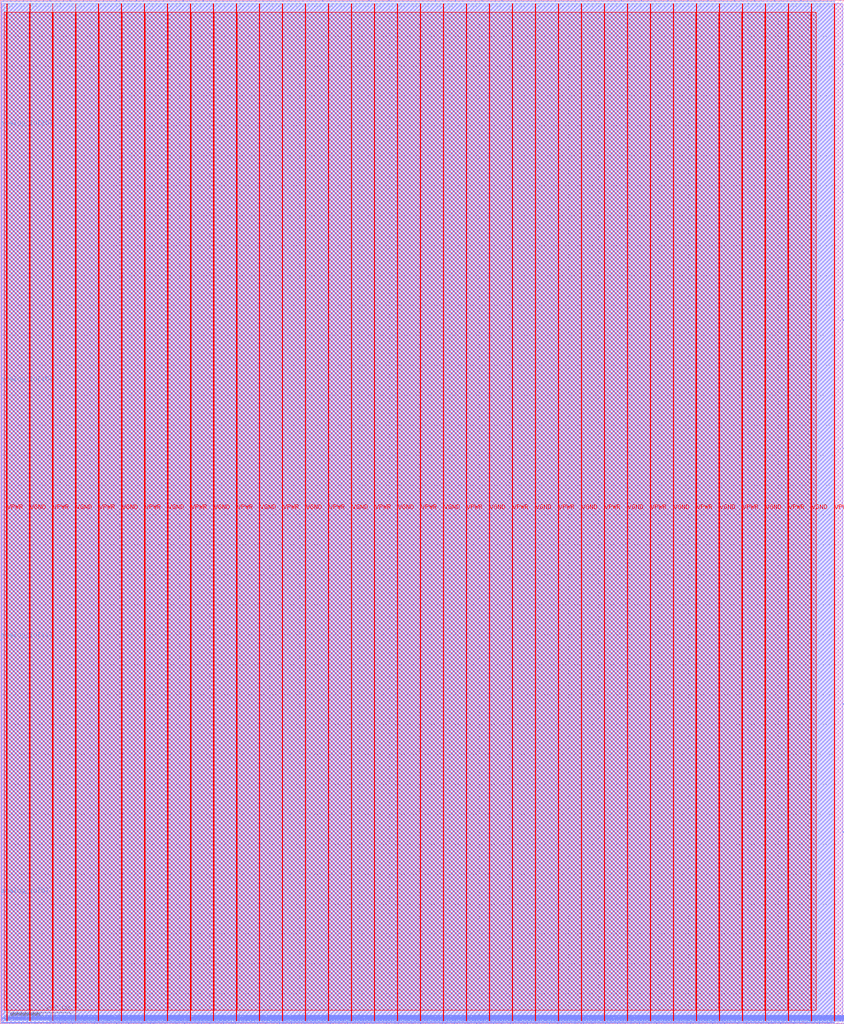
<source format=lef>
VERSION 5.7 ;
  NOWIREEXTENSIONATPIN ON ;
  DIVIDERCHAR "/" ;
  BUSBITCHARS "[]" ;
MACRO user_proj_example
  CLASS BLOCK ;
  FOREIGN user_proj_example ;
  ORIGIN 0.000 0.000 ;
  SIZE 2820.000 BY 3420.000 ;
  PIN analog_io[0]
    DIRECTION INOUT ;
    USE SIGNAL ;
    PORT
      LAYER met2 ;
        RECT 2542.050 3416.000 2542.330 3420.000 ;
    END
  END analog_io[0]
  PIN analog_io[10]
    DIRECTION INOUT ;
    USE SIGNAL ;
    PORT
      LAYER met3 ;
        RECT 2816.000 1068.320 2820.000 1068.920 ;
    END
  END analog_io[10]
  PIN analog_io[11]
    DIRECTION INOUT ;
    USE SIGNAL ;
    PORT
      LAYER met3 ;
        RECT 0.000 1281.840 4.000 1282.440 ;
    END
  END analog_io[11]
  PIN analog_io[12]
    DIRECTION INOUT ;
    USE SIGNAL ;
    PORT
      LAYER met2 ;
        RECT 2697.530 3416.000 2697.810 3420.000 ;
    END
  END analog_io[12]
  PIN analog_io[13]
    DIRECTION INOUT ;
    USE SIGNAL ;
    PORT
      LAYER met3 ;
        RECT 2816.000 1495.360 2820.000 1495.960 ;
    END
  END analog_io[13]
  PIN analog_io[14]
    DIRECTION INOUT ;
    USE SIGNAL ;
    PORT
      LAYER met2 ;
        RECT 2788.150 0.000 2788.430 4.000 ;
    END
  END analog_io[14]
  PIN analog_io[15]
    DIRECTION INOUT ;
    USE SIGNAL ;
    PORT
      LAYER met3 ;
        RECT 0.000 2136.600 4.000 2137.200 ;
    END
  END analog_io[15]
  PIN analog_io[16]
    DIRECTION INOUT ;
    USE SIGNAL ;
    PORT
      LAYER met2 ;
        RECT 2794.130 0.000 2794.410 4.000 ;
    END
  END analog_io[16]
  PIN analog_io[17]
    DIRECTION INOUT ;
    USE SIGNAL ;
    PORT
      LAYER met2 ;
        RECT 2719.610 3416.000 2719.890 3420.000 ;
    END
  END analog_io[17]
  PIN analog_io[18]
    DIRECTION INOUT ;
    USE SIGNAL ;
    PORT
      LAYER met2 ;
        RECT 2799.650 0.000 2799.930 4.000 ;
    END
  END analog_io[18]
  PIN analog_io[19]
    DIRECTION INOUT ;
    USE SIGNAL ;
    PORT
      LAYER met2 ;
        RECT 2741.690 3416.000 2741.970 3420.000 ;
    END
  END analog_io[19]
  PIN analog_io[1]
    DIRECTION INOUT ;
    USE SIGNAL ;
    PORT
      LAYER met2 ;
        RECT 2564.130 3416.000 2564.410 3420.000 ;
    END
  END analog_io[1]
  PIN analog_io[20]
    DIRECTION INOUT ;
    USE SIGNAL ;
    PORT
      LAYER met3 ;
        RECT 0.000 2991.360 4.000 2991.960 ;
    END
  END analog_io[20]
  PIN analog_io[21]
    DIRECTION INOUT ;
    USE SIGNAL ;
    PORT
      LAYER met2 ;
        RECT 2805.170 0.000 2805.450 4.000 ;
    END
  END analog_io[21]
  PIN analog_io[22]
    DIRECTION INOUT ;
    USE SIGNAL ;
    PORT
      LAYER met3 ;
        RECT 2816.000 1923.080 2820.000 1923.680 ;
    END
  END analog_io[22]
  PIN analog_io[23]
    DIRECTION INOUT ;
    USE SIGNAL ;
    PORT
      LAYER met2 ;
        RECT 2811.150 0.000 2811.430 4.000 ;
    END
  END analog_io[23]
  PIN analog_io[24]
    DIRECTION INOUT ;
    USE SIGNAL ;
    PORT
      LAYER met2 ;
        RECT 2764.230 3416.000 2764.510 3420.000 ;
    END
  END analog_io[24]
  PIN analog_io[25]
    DIRECTION INOUT ;
    USE SIGNAL ;
    PORT
      LAYER met3 ;
        RECT 2816.000 2350.800 2820.000 2351.400 ;
    END
  END analog_io[25]
  PIN analog_io[26]
    DIRECTION INOUT ;
    USE SIGNAL ;
    PORT
      LAYER met2 ;
        RECT 2816.670 0.000 2816.950 4.000 ;
    END
  END analog_io[26]
  PIN analog_io[27]
    DIRECTION INOUT ;
    USE SIGNAL ;
    PORT
      LAYER met3 ;
        RECT 2816.000 2777.840 2820.000 2778.440 ;
    END
  END analog_io[27]
  PIN analog_io[28]
    DIRECTION INOUT ;
    USE SIGNAL ;
    PORT
      LAYER met2 ;
        RECT 2786.310 3416.000 2786.590 3420.000 ;
    END
  END analog_io[28]
  PIN analog_io[29]
    DIRECTION INOUT ;
    USE SIGNAL ;
    PORT
      LAYER met3 ;
        RECT 2816.000 3205.560 2820.000 3206.160 ;
    END
  END analog_io[29]
  PIN analog_io[2]
    DIRECTION INOUT ;
    USE SIGNAL ;
    PORT
      LAYER met2 ;
        RECT 2586.670 3416.000 2586.950 3420.000 ;
    END
  END analog_io[2]
  PIN analog_io[30]
    DIRECTION INOUT ;
    USE SIGNAL ;
    PORT
      LAYER met2 ;
        RECT 2808.390 3416.000 2808.670 3420.000 ;
    END
  END analog_io[30]
  PIN analog_io[3]
    DIRECTION INOUT ;
    USE SIGNAL ;
    PORT
      LAYER met3 ;
        RECT 2816.000 213.560 2820.000 214.160 ;
    END
  END analog_io[3]
  PIN analog_io[4]
    DIRECTION INOUT ;
    USE SIGNAL ;
    PORT
      LAYER met2 ;
        RECT 2608.750 3416.000 2609.030 3420.000 ;
    END
  END analog_io[4]
  PIN analog_io[5]
    DIRECTION INOUT ;
    USE SIGNAL ;
    PORT
      LAYER met3 ;
        RECT 2816.000 640.600 2820.000 641.200 ;
    END
  END analog_io[5]
  PIN analog_io[6]
    DIRECTION INOUT ;
    USE SIGNAL ;
    PORT
      LAYER met3 ;
        RECT 0.000 427.080 4.000 427.680 ;
    END
  END analog_io[6]
  PIN analog_io[7]
    DIRECTION INOUT ;
    USE SIGNAL ;
    PORT
      LAYER met2 ;
        RECT 2630.830 3416.000 2631.110 3420.000 ;
    END
  END analog_io[7]
  PIN analog_io[8]
    DIRECTION INOUT ;
    USE SIGNAL ;
    PORT
      LAYER met2 ;
        RECT 2652.910 3416.000 2653.190 3420.000 ;
    END
  END analog_io[8]
  PIN analog_io[9]
    DIRECTION INOUT ;
    USE SIGNAL ;
    PORT
      LAYER met2 ;
        RECT 2675.450 3416.000 2675.730 3420.000 ;
    END
  END analog_io[9]
  PIN io_in[0]
    DIRECTION INPUT ;
    USE SIGNAL ;
    PORT
      LAYER met2 ;
        RECT 11.130 3416.000 11.410 3420.000 ;
    END
  END io_in[0]
  PIN io_in[10]
    DIRECTION INPUT ;
    USE SIGNAL ;
    PORT
      LAYER met2 ;
        RECT 677.210 3416.000 677.490 3420.000 ;
    END
  END io_in[10]
  PIN io_in[11]
    DIRECTION INPUT ;
    USE SIGNAL ;
    PORT
      LAYER met2 ;
        RECT 743.450 3416.000 743.730 3420.000 ;
    END
  END io_in[11]
  PIN io_in[12]
    DIRECTION INPUT ;
    USE SIGNAL ;
    PORT
      LAYER met2 ;
        RECT 810.150 3416.000 810.430 3420.000 ;
    END
  END io_in[12]
  PIN io_in[13]
    DIRECTION INPUT ;
    USE SIGNAL ;
    PORT
      LAYER met2 ;
        RECT 876.850 3416.000 877.130 3420.000 ;
    END
  END io_in[13]
  PIN io_in[14]
    DIRECTION INPUT ;
    USE SIGNAL ;
    PORT
      LAYER met2 ;
        RECT 943.550 3416.000 943.830 3420.000 ;
    END
  END io_in[14]
  PIN io_in[15]
    DIRECTION INPUT ;
    USE SIGNAL ;
    PORT
      LAYER met2 ;
        RECT 1010.250 3416.000 1010.530 3420.000 ;
    END
  END io_in[15]
  PIN io_in[16]
    DIRECTION INPUT ;
    USE SIGNAL ;
    PORT
      LAYER met2 ;
        RECT 1076.490 3416.000 1076.770 3420.000 ;
    END
  END io_in[16]
  PIN io_in[17]
    DIRECTION INPUT ;
    USE SIGNAL ;
    PORT
      LAYER met2 ;
        RECT 1143.190 3416.000 1143.470 3420.000 ;
    END
  END io_in[17]
  PIN io_in[18]
    DIRECTION INPUT ;
    USE SIGNAL ;
    PORT
      LAYER met2 ;
        RECT 1209.890 3416.000 1210.170 3420.000 ;
    END
  END io_in[18]
  PIN io_in[19]
    DIRECTION INPUT ;
    USE SIGNAL ;
    PORT
      LAYER met2 ;
        RECT 1276.590 3416.000 1276.870 3420.000 ;
    END
  END io_in[19]
  PIN io_in[1]
    DIRECTION INPUT ;
    USE SIGNAL ;
    PORT
      LAYER met2 ;
        RECT 77.370 3416.000 77.650 3420.000 ;
    END
  END io_in[1]
  PIN io_in[20]
    DIRECTION INPUT ;
    USE SIGNAL ;
    PORT
      LAYER met2 ;
        RECT 1343.290 3416.000 1343.570 3420.000 ;
    END
  END io_in[20]
  PIN io_in[21]
    DIRECTION INPUT ;
    USE SIGNAL ;
    PORT
      LAYER met2 ;
        RECT 1409.530 3416.000 1409.810 3420.000 ;
    END
  END io_in[21]
  PIN io_in[22]
    DIRECTION INPUT ;
    USE SIGNAL ;
    PORT
      LAYER met2 ;
        RECT 1476.230 3416.000 1476.510 3420.000 ;
    END
  END io_in[22]
  PIN io_in[23]
    DIRECTION INPUT ;
    USE SIGNAL ;
    PORT
      LAYER met2 ;
        RECT 1542.930 3416.000 1543.210 3420.000 ;
    END
  END io_in[23]
  PIN io_in[24]
    DIRECTION INPUT ;
    USE SIGNAL ;
    PORT
      LAYER met2 ;
        RECT 1609.630 3416.000 1609.910 3420.000 ;
    END
  END io_in[24]
  PIN io_in[25]
    DIRECTION INPUT ;
    USE SIGNAL ;
    PORT
      LAYER met2 ;
        RECT 1676.330 3416.000 1676.610 3420.000 ;
    END
  END io_in[25]
  PIN io_in[26]
    DIRECTION INPUT ;
    USE SIGNAL ;
    PORT
      LAYER met2 ;
        RECT 1742.570 3416.000 1742.850 3420.000 ;
    END
  END io_in[26]
  PIN io_in[27]
    DIRECTION INPUT ;
    USE SIGNAL ;
    PORT
      LAYER met2 ;
        RECT 1809.270 3416.000 1809.550 3420.000 ;
    END
  END io_in[27]
  PIN io_in[28]
    DIRECTION INPUT ;
    USE SIGNAL ;
    PORT
      LAYER met2 ;
        RECT 1875.970 3416.000 1876.250 3420.000 ;
    END
  END io_in[28]
  PIN io_in[29]
    DIRECTION INPUT ;
    USE SIGNAL ;
    PORT
      LAYER met2 ;
        RECT 1942.670 3416.000 1942.950 3420.000 ;
    END
  END io_in[29]
  PIN io_in[2]
    DIRECTION INPUT ;
    USE SIGNAL ;
    PORT
      LAYER met2 ;
        RECT 144.070 3416.000 144.350 3420.000 ;
    END
  END io_in[2]
  PIN io_in[30]
    DIRECTION INPUT ;
    USE SIGNAL ;
    PORT
      LAYER met2 ;
        RECT 2009.370 3416.000 2009.650 3420.000 ;
    END
  END io_in[30]
  PIN io_in[31]
    DIRECTION INPUT ;
    USE SIGNAL ;
    PORT
      LAYER met2 ;
        RECT 2075.610 3416.000 2075.890 3420.000 ;
    END
  END io_in[31]
  PIN io_in[32]
    DIRECTION INPUT ;
    USE SIGNAL ;
    PORT
      LAYER met2 ;
        RECT 2142.310 3416.000 2142.590 3420.000 ;
    END
  END io_in[32]
  PIN io_in[33]
    DIRECTION INPUT ;
    USE SIGNAL ;
    PORT
      LAYER met2 ;
        RECT 2209.010 3416.000 2209.290 3420.000 ;
    END
  END io_in[33]
  PIN io_in[34]
    DIRECTION INPUT ;
    USE SIGNAL ;
    PORT
      LAYER met2 ;
        RECT 2275.710 3416.000 2275.990 3420.000 ;
    END
  END io_in[34]
  PIN io_in[35]
    DIRECTION INPUT ;
    USE SIGNAL ;
    PORT
      LAYER met2 ;
        RECT 2342.410 3416.000 2342.690 3420.000 ;
    END
  END io_in[35]
  PIN io_in[36]
    DIRECTION INPUT ;
    USE SIGNAL ;
    PORT
      LAYER met2 ;
        RECT 2408.650 3416.000 2408.930 3420.000 ;
    END
  END io_in[36]
  PIN io_in[37]
    DIRECTION INPUT ;
    USE SIGNAL ;
    PORT
      LAYER met2 ;
        RECT 2475.350 3416.000 2475.630 3420.000 ;
    END
  END io_in[37]
  PIN io_in[3]
    DIRECTION INPUT ;
    USE SIGNAL ;
    PORT
      LAYER met2 ;
        RECT 210.770 3416.000 211.050 3420.000 ;
    END
  END io_in[3]
  PIN io_in[4]
    DIRECTION INPUT ;
    USE SIGNAL ;
    PORT
      LAYER met2 ;
        RECT 277.470 3416.000 277.750 3420.000 ;
    END
  END io_in[4]
  PIN io_in[5]
    DIRECTION INPUT ;
    USE SIGNAL ;
    PORT
      LAYER met2 ;
        RECT 344.170 3416.000 344.450 3420.000 ;
    END
  END io_in[5]
  PIN io_in[6]
    DIRECTION INPUT ;
    USE SIGNAL ;
    PORT
      LAYER met2 ;
        RECT 410.410 3416.000 410.690 3420.000 ;
    END
  END io_in[6]
  PIN io_in[7]
    DIRECTION INPUT ;
    USE SIGNAL ;
    PORT
      LAYER met2 ;
        RECT 477.110 3416.000 477.390 3420.000 ;
    END
  END io_in[7]
  PIN io_in[8]
    DIRECTION INPUT ;
    USE SIGNAL ;
    PORT
      LAYER met2 ;
        RECT 543.810 3416.000 544.090 3420.000 ;
    END
  END io_in[8]
  PIN io_in[9]
    DIRECTION INPUT ;
    USE SIGNAL ;
    PORT
      LAYER met2 ;
        RECT 610.510 3416.000 610.790 3420.000 ;
    END
  END io_in[9]
  PIN io_oeb[0]
    DIRECTION OUTPUT TRISTATE ;
    USE SIGNAL ;
    PORT
      LAYER met2 ;
        RECT 33.210 3416.000 33.490 3420.000 ;
    END
  END io_oeb[0]
  PIN io_oeb[10]
    DIRECTION OUTPUT TRISTATE ;
    USE SIGNAL ;
    PORT
      LAYER met2 ;
        RECT 699.290 3416.000 699.570 3420.000 ;
    END
  END io_oeb[10]
  PIN io_oeb[11]
    DIRECTION OUTPUT TRISTATE ;
    USE SIGNAL ;
    PORT
      LAYER met2 ;
        RECT 765.990 3416.000 766.270 3420.000 ;
    END
  END io_oeb[11]
  PIN io_oeb[12]
    DIRECTION OUTPUT TRISTATE ;
    USE SIGNAL ;
    PORT
      LAYER met2 ;
        RECT 832.230 3416.000 832.510 3420.000 ;
    END
  END io_oeb[12]
  PIN io_oeb[13]
    DIRECTION OUTPUT TRISTATE ;
    USE SIGNAL ;
    PORT
      LAYER met2 ;
        RECT 898.930 3416.000 899.210 3420.000 ;
    END
  END io_oeb[13]
  PIN io_oeb[14]
    DIRECTION OUTPUT TRISTATE ;
    USE SIGNAL ;
    PORT
      LAYER met2 ;
        RECT 965.630 3416.000 965.910 3420.000 ;
    END
  END io_oeb[14]
  PIN io_oeb[15]
    DIRECTION OUTPUT TRISTATE ;
    USE SIGNAL ;
    PORT
      LAYER met2 ;
        RECT 1032.330 3416.000 1032.610 3420.000 ;
    END
  END io_oeb[15]
  PIN io_oeb[16]
    DIRECTION OUTPUT TRISTATE ;
    USE SIGNAL ;
    PORT
      LAYER met2 ;
        RECT 1099.030 3416.000 1099.310 3420.000 ;
    END
  END io_oeb[16]
  PIN io_oeb[17]
    DIRECTION OUTPUT TRISTATE ;
    USE SIGNAL ;
    PORT
      LAYER met2 ;
        RECT 1165.270 3416.000 1165.550 3420.000 ;
    END
  END io_oeb[17]
  PIN io_oeb[18]
    DIRECTION OUTPUT TRISTATE ;
    USE SIGNAL ;
    PORT
      LAYER met2 ;
        RECT 1231.970 3416.000 1232.250 3420.000 ;
    END
  END io_oeb[18]
  PIN io_oeb[19]
    DIRECTION OUTPUT TRISTATE ;
    USE SIGNAL ;
    PORT
      LAYER met2 ;
        RECT 1298.670 3416.000 1298.950 3420.000 ;
    END
  END io_oeb[19]
  PIN io_oeb[1]
    DIRECTION OUTPUT TRISTATE ;
    USE SIGNAL ;
    PORT
      LAYER met2 ;
        RECT 99.910 3416.000 100.190 3420.000 ;
    END
  END io_oeb[1]
  PIN io_oeb[20]
    DIRECTION OUTPUT TRISTATE ;
    USE SIGNAL ;
    PORT
      LAYER met2 ;
        RECT 1365.370 3416.000 1365.650 3420.000 ;
    END
  END io_oeb[20]
  PIN io_oeb[21]
    DIRECTION OUTPUT TRISTATE ;
    USE SIGNAL ;
    PORT
      LAYER met2 ;
        RECT 1432.070 3416.000 1432.350 3420.000 ;
    END
  END io_oeb[21]
  PIN io_oeb[22]
    DIRECTION OUTPUT TRISTATE ;
    USE SIGNAL ;
    PORT
      LAYER met2 ;
        RECT 1498.310 3416.000 1498.590 3420.000 ;
    END
  END io_oeb[22]
  PIN io_oeb[23]
    DIRECTION OUTPUT TRISTATE ;
    USE SIGNAL ;
    PORT
      LAYER met2 ;
        RECT 1565.010 3416.000 1565.290 3420.000 ;
    END
  END io_oeb[23]
  PIN io_oeb[24]
    DIRECTION OUTPUT TRISTATE ;
    USE SIGNAL ;
    PORT
      LAYER met2 ;
        RECT 1631.710 3416.000 1631.990 3420.000 ;
    END
  END io_oeb[24]
  PIN io_oeb[25]
    DIRECTION OUTPUT TRISTATE ;
    USE SIGNAL ;
    PORT
      LAYER met2 ;
        RECT 1698.410 3416.000 1698.690 3420.000 ;
    END
  END io_oeb[25]
  PIN io_oeb[26]
    DIRECTION OUTPUT TRISTATE ;
    USE SIGNAL ;
    PORT
      LAYER met2 ;
        RECT 1765.110 3416.000 1765.390 3420.000 ;
    END
  END io_oeb[26]
  PIN io_oeb[27]
    DIRECTION OUTPUT TRISTATE ;
    USE SIGNAL ;
    PORT
      LAYER met2 ;
        RECT 1831.350 3416.000 1831.630 3420.000 ;
    END
  END io_oeb[27]
  PIN io_oeb[28]
    DIRECTION OUTPUT TRISTATE ;
    USE SIGNAL ;
    PORT
      LAYER met2 ;
        RECT 1898.050 3416.000 1898.330 3420.000 ;
    END
  END io_oeb[28]
  PIN io_oeb[29]
    DIRECTION OUTPUT TRISTATE ;
    USE SIGNAL ;
    PORT
      LAYER met2 ;
        RECT 1964.750 3416.000 1965.030 3420.000 ;
    END
  END io_oeb[29]
  PIN io_oeb[2]
    DIRECTION OUTPUT TRISTATE ;
    USE SIGNAL ;
    PORT
      LAYER met2 ;
        RECT 166.150 3416.000 166.430 3420.000 ;
    END
  END io_oeb[2]
  PIN io_oeb[30]
    DIRECTION OUTPUT TRISTATE ;
    USE SIGNAL ;
    PORT
      LAYER met2 ;
        RECT 2031.450 3416.000 2031.730 3420.000 ;
    END
  END io_oeb[30]
  PIN io_oeb[31]
    DIRECTION OUTPUT TRISTATE ;
    USE SIGNAL ;
    PORT
      LAYER met2 ;
        RECT 2098.150 3416.000 2098.430 3420.000 ;
    END
  END io_oeb[31]
  PIN io_oeb[32]
    DIRECTION OUTPUT TRISTATE ;
    USE SIGNAL ;
    PORT
      LAYER met2 ;
        RECT 2164.390 3416.000 2164.670 3420.000 ;
    END
  END io_oeb[32]
  PIN io_oeb[33]
    DIRECTION OUTPUT TRISTATE ;
    USE SIGNAL ;
    PORT
      LAYER met2 ;
        RECT 2231.090 3416.000 2231.370 3420.000 ;
    END
  END io_oeb[33]
  PIN io_oeb[34]
    DIRECTION OUTPUT TRISTATE ;
    USE SIGNAL ;
    PORT
      LAYER met2 ;
        RECT 2297.790 3416.000 2298.070 3420.000 ;
    END
  END io_oeb[34]
  PIN io_oeb[35]
    DIRECTION OUTPUT TRISTATE ;
    USE SIGNAL ;
    PORT
      LAYER met2 ;
        RECT 2364.490 3416.000 2364.770 3420.000 ;
    END
  END io_oeb[35]
  PIN io_oeb[36]
    DIRECTION OUTPUT TRISTATE ;
    USE SIGNAL ;
    PORT
      LAYER met2 ;
        RECT 2431.190 3416.000 2431.470 3420.000 ;
    END
  END io_oeb[36]
  PIN io_oeb[37]
    DIRECTION OUTPUT TRISTATE ;
    USE SIGNAL ;
    PORT
      LAYER met2 ;
        RECT 2497.430 3416.000 2497.710 3420.000 ;
    END
  END io_oeb[37]
  PIN io_oeb[3]
    DIRECTION OUTPUT TRISTATE ;
    USE SIGNAL ;
    PORT
      LAYER met2 ;
        RECT 232.850 3416.000 233.130 3420.000 ;
    END
  END io_oeb[3]
  PIN io_oeb[4]
    DIRECTION OUTPUT TRISTATE ;
    USE SIGNAL ;
    PORT
      LAYER met2 ;
        RECT 299.550 3416.000 299.830 3420.000 ;
    END
  END io_oeb[4]
  PIN io_oeb[5]
    DIRECTION OUTPUT TRISTATE ;
    USE SIGNAL ;
    PORT
      LAYER met2 ;
        RECT 366.250 3416.000 366.530 3420.000 ;
    END
  END io_oeb[5]
  PIN io_oeb[6]
    DIRECTION OUTPUT TRISTATE ;
    USE SIGNAL ;
    PORT
      LAYER met2 ;
        RECT 432.950 3416.000 433.230 3420.000 ;
    END
  END io_oeb[6]
  PIN io_oeb[7]
    DIRECTION OUTPUT TRISTATE ;
    USE SIGNAL ;
    PORT
      LAYER met2 ;
        RECT 499.190 3416.000 499.470 3420.000 ;
    END
  END io_oeb[7]
  PIN io_oeb[8]
    DIRECTION OUTPUT TRISTATE ;
    USE SIGNAL ;
    PORT
      LAYER met2 ;
        RECT 565.890 3416.000 566.170 3420.000 ;
    END
  END io_oeb[8]
  PIN io_oeb[9]
    DIRECTION OUTPUT TRISTATE ;
    USE SIGNAL ;
    PORT
      LAYER met2 ;
        RECT 632.590 3416.000 632.870 3420.000 ;
    END
  END io_oeb[9]
  PIN io_out[0]
    DIRECTION OUTPUT TRISTATE ;
    USE SIGNAL ;
    PORT
      LAYER met2 ;
        RECT 55.290 3416.000 55.570 3420.000 ;
    END
  END io_out[0]
  PIN io_out[10]
    DIRECTION OUTPUT TRISTATE ;
    USE SIGNAL ;
    PORT
      LAYER met2 ;
        RECT 721.370 3416.000 721.650 3420.000 ;
    END
  END io_out[10]
  PIN io_out[11]
    DIRECTION OUTPUT TRISTATE ;
    USE SIGNAL ;
    PORT
      LAYER met2 ;
        RECT 788.070 3416.000 788.350 3420.000 ;
    END
  END io_out[11]
  PIN io_out[12]
    DIRECTION OUTPUT TRISTATE ;
    USE SIGNAL ;
    PORT
      LAYER met2 ;
        RECT 854.770 3416.000 855.050 3420.000 ;
    END
  END io_out[12]
  PIN io_out[13]
    DIRECTION OUTPUT TRISTATE ;
    USE SIGNAL ;
    PORT
      LAYER met2 ;
        RECT 921.010 3416.000 921.290 3420.000 ;
    END
  END io_out[13]
  PIN io_out[14]
    DIRECTION OUTPUT TRISTATE ;
    USE SIGNAL ;
    PORT
      LAYER met2 ;
        RECT 987.710 3416.000 987.990 3420.000 ;
    END
  END io_out[14]
  PIN io_out[15]
    DIRECTION OUTPUT TRISTATE ;
    USE SIGNAL ;
    PORT
      LAYER met2 ;
        RECT 1054.410 3416.000 1054.690 3420.000 ;
    END
  END io_out[15]
  PIN io_out[16]
    DIRECTION OUTPUT TRISTATE ;
    USE SIGNAL ;
    PORT
      LAYER met2 ;
        RECT 1121.110 3416.000 1121.390 3420.000 ;
    END
  END io_out[16]
  PIN io_out[17]
    DIRECTION OUTPUT TRISTATE ;
    USE SIGNAL ;
    PORT
      LAYER met2 ;
        RECT 1187.810 3416.000 1188.090 3420.000 ;
    END
  END io_out[17]
  PIN io_out[18]
    DIRECTION OUTPUT TRISTATE ;
    USE SIGNAL ;
    PORT
      LAYER met2 ;
        RECT 1254.050 3416.000 1254.330 3420.000 ;
    END
  END io_out[18]
  PIN io_out[19]
    DIRECTION OUTPUT TRISTATE ;
    USE SIGNAL ;
    PORT
      LAYER met2 ;
        RECT 1320.750 3416.000 1321.030 3420.000 ;
    END
  END io_out[19]
  PIN io_out[1]
    DIRECTION OUTPUT TRISTATE ;
    USE SIGNAL ;
    PORT
      LAYER met2 ;
        RECT 121.990 3416.000 122.270 3420.000 ;
    END
  END io_out[1]
  PIN io_out[20]
    DIRECTION OUTPUT TRISTATE ;
    USE SIGNAL ;
    PORT
      LAYER met2 ;
        RECT 1387.450 3416.000 1387.730 3420.000 ;
    END
  END io_out[20]
  PIN io_out[21]
    DIRECTION OUTPUT TRISTATE ;
    USE SIGNAL ;
    PORT
      LAYER met2 ;
        RECT 1454.150 3416.000 1454.430 3420.000 ;
    END
  END io_out[21]
  PIN io_out[22]
    DIRECTION OUTPUT TRISTATE ;
    USE SIGNAL ;
    PORT
      LAYER met2 ;
        RECT 1520.850 3416.000 1521.130 3420.000 ;
    END
  END io_out[22]
  PIN io_out[23]
    DIRECTION OUTPUT TRISTATE ;
    USE SIGNAL ;
    PORT
      LAYER met2 ;
        RECT 1587.550 3416.000 1587.830 3420.000 ;
    END
  END io_out[23]
  PIN io_out[24]
    DIRECTION OUTPUT TRISTATE ;
    USE SIGNAL ;
    PORT
      LAYER met2 ;
        RECT 1653.790 3416.000 1654.070 3420.000 ;
    END
  END io_out[24]
  PIN io_out[25]
    DIRECTION OUTPUT TRISTATE ;
    USE SIGNAL ;
    PORT
      LAYER met2 ;
        RECT 1720.490 3416.000 1720.770 3420.000 ;
    END
  END io_out[25]
  PIN io_out[26]
    DIRECTION OUTPUT TRISTATE ;
    USE SIGNAL ;
    PORT
      LAYER met2 ;
        RECT 1787.190 3416.000 1787.470 3420.000 ;
    END
  END io_out[26]
  PIN io_out[27]
    DIRECTION OUTPUT TRISTATE ;
    USE SIGNAL ;
    PORT
      LAYER met2 ;
        RECT 1853.890 3416.000 1854.170 3420.000 ;
    END
  END io_out[27]
  PIN io_out[28]
    DIRECTION OUTPUT TRISTATE ;
    USE SIGNAL ;
    PORT
      LAYER met2 ;
        RECT 1920.590 3416.000 1920.870 3420.000 ;
    END
  END io_out[28]
  PIN io_out[29]
    DIRECTION OUTPUT TRISTATE ;
    USE SIGNAL ;
    PORT
      LAYER met2 ;
        RECT 1986.830 3416.000 1987.110 3420.000 ;
    END
  END io_out[29]
  PIN io_out[2]
    DIRECTION OUTPUT TRISTATE ;
    USE SIGNAL ;
    PORT
      LAYER met2 ;
        RECT 188.690 3416.000 188.970 3420.000 ;
    END
  END io_out[2]
  PIN io_out[30]
    DIRECTION OUTPUT TRISTATE ;
    USE SIGNAL ;
    PORT
      LAYER met2 ;
        RECT 2053.530 3416.000 2053.810 3420.000 ;
    END
  END io_out[30]
  PIN io_out[31]
    DIRECTION OUTPUT TRISTATE ;
    USE SIGNAL ;
    PORT
      LAYER met2 ;
        RECT 2120.230 3416.000 2120.510 3420.000 ;
    END
  END io_out[31]
  PIN io_out[32]
    DIRECTION OUTPUT TRISTATE ;
    USE SIGNAL ;
    PORT
      LAYER met2 ;
        RECT 2186.930 3416.000 2187.210 3420.000 ;
    END
  END io_out[32]
  PIN io_out[33]
    DIRECTION OUTPUT TRISTATE ;
    USE SIGNAL ;
    PORT
      LAYER met2 ;
        RECT 2253.630 3416.000 2253.910 3420.000 ;
    END
  END io_out[33]
  PIN io_out[34]
    DIRECTION OUTPUT TRISTATE ;
    USE SIGNAL ;
    PORT
      LAYER met2 ;
        RECT 2319.870 3416.000 2320.150 3420.000 ;
    END
  END io_out[34]
  PIN io_out[35]
    DIRECTION OUTPUT TRISTATE ;
    USE SIGNAL ;
    PORT
      LAYER met2 ;
        RECT 2386.570 3416.000 2386.850 3420.000 ;
    END
  END io_out[35]
  PIN io_out[36]
    DIRECTION OUTPUT TRISTATE ;
    USE SIGNAL ;
    PORT
      LAYER met2 ;
        RECT 2453.270 3416.000 2453.550 3420.000 ;
    END
  END io_out[36]
  PIN io_out[37]
    DIRECTION OUTPUT TRISTATE ;
    USE SIGNAL ;
    PORT
      LAYER met2 ;
        RECT 2519.970 3416.000 2520.250 3420.000 ;
    END
  END io_out[37]
  PIN io_out[3]
    DIRECTION OUTPUT TRISTATE ;
    USE SIGNAL ;
    PORT
      LAYER met2 ;
        RECT 254.930 3416.000 255.210 3420.000 ;
    END
  END io_out[3]
  PIN io_out[4]
    DIRECTION OUTPUT TRISTATE ;
    USE SIGNAL ;
    PORT
      LAYER met2 ;
        RECT 321.630 3416.000 321.910 3420.000 ;
    END
  END io_out[4]
  PIN io_out[5]
    DIRECTION OUTPUT TRISTATE ;
    USE SIGNAL ;
    PORT
      LAYER met2 ;
        RECT 388.330 3416.000 388.610 3420.000 ;
    END
  END io_out[5]
  PIN io_out[6]
    DIRECTION OUTPUT TRISTATE ;
    USE SIGNAL ;
    PORT
      LAYER met2 ;
        RECT 455.030 3416.000 455.310 3420.000 ;
    END
  END io_out[6]
  PIN io_out[7]
    DIRECTION OUTPUT TRISTATE ;
    USE SIGNAL ;
    PORT
      LAYER met2 ;
        RECT 521.730 3416.000 522.010 3420.000 ;
    END
  END io_out[7]
  PIN io_out[8]
    DIRECTION OUTPUT TRISTATE ;
    USE SIGNAL ;
    PORT
      LAYER met2 ;
        RECT 587.970 3416.000 588.250 3420.000 ;
    END
  END io_out[8]
  PIN io_out[9]
    DIRECTION OUTPUT TRISTATE ;
    USE SIGNAL ;
    PORT
      LAYER met2 ;
        RECT 654.670 3416.000 654.950 3420.000 ;
    END
  END io_out[9]
  PIN la_data_in[0]
    DIRECTION INPUT ;
    USE SIGNAL ;
    PORT
      LAYER met2 ;
        RECT 604.070 0.000 604.350 4.000 ;
    END
  END la_data_in[0]
  PIN la_data_in[100]
    DIRECTION INPUT ;
    USE SIGNAL ;
    PORT
      LAYER met2 ;
        RECT 2306.070 0.000 2306.350 4.000 ;
    END
  END la_data_in[100]
  PIN la_data_in[101]
    DIRECTION INPUT ;
    USE SIGNAL ;
    PORT
      LAYER met2 ;
        RECT 2323.090 0.000 2323.370 4.000 ;
    END
  END la_data_in[101]
  PIN la_data_in[102]
    DIRECTION INPUT ;
    USE SIGNAL ;
    PORT
      LAYER met2 ;
        RECT 2340.110 0.000 2340.390 4.000 ;
    END
  END la_data_in[102]
  PIN la_data_in[103]
    DIRECTION INPUT ;
    USE SIGNAL ;
    PORT
      LAYER met2 ;
        RECT 2357.130 0.000 2357.410 4.000 ;
    END
  END la_data_in[103]
  PIN la_data_in[104]
    DIRECTION INPUT ;
    USE SIGNAL ;
    PORT
      LAYER met2 ;
        RECT 2374.150 0.000 2374.430 4.000 ;
    END
  END la_data_in[104]
  PIN la_data_in[105]
    DIRECTION INPUT ;
    USE SIGNAL ;
    PORT
      LAYER met2 ;
        RECT 2391.170 0.000 2391.450 4.000 ;
    END
  END la_data_in[105]
  PIN la_data_in[106]
    DIRECTION INPUT ;
    USE SIGNAL ;
    PORT
      LAYER met2 ;
        RECT 2408.190 0.000 2408.470 4.000 ;
    END
  END la_data_in[106]
  PIN la_data_in[107]
    DIRECTION INPUT ;
    USE SIGNAL ;
    PORT
      LAYER met2 ;
        RECT 2425.210 0.000 2425.490 4.000 ;
    END
  END la_data_in[107]
  PIN la_data_in[108]
    DIRECTION INPUT ;
    USE SIGNAL ;
    PORT
      LAYER met2 ;
        RECT 2442.230 0.000 2442.510 4.000 ;
    END
  END la_data_in[108]
  PIN la_data_in[109]
    DIRECTION INPUT ;
    USE SIGNAL ;
    PORT
      LAYER met2 ;
        RECT 2459.250 0.000 2459.530 4.000 ;
    END
  END la_data_in[109]
  PIN la_data_in[10]
    DIRECTION INPUT ;
    USE SIGNAL ;
    PORT
      LAYER met2 ;
        RECT 774.270 0.000 774.550 4.000 ;
    END
  END la_data_in[10]
  PIN la_data_in[110]
    DIRECTION INPUT ;
    USE SIGNAL ;
    PORT
      LAYER met2 ;
        RECT 2476.270 0.000 2476.550 4.000 ;
    END
  END la_data_in[110]
  PIN la_data_in[111]
    DIRECTION INPUT ;
    USE SIGNAL ;
    PORT
      LAYER met2 ;
        RECT 2493.290 0.000 2493.570 4.000 ;
    END
  END la_data_in[111]
  PIN la_data_in[112]
    DIRECTION INPUT ;
    USE SIGNAL ;
    PORT
      LAYER met2 ;
        RECT 2510.310 0.000 2510.590 4.000 ;
    END
  END la_data_in[112]
  PIN la_data_in[113]
    DIRECTION INPUT ;
    USE SIGNAL ;
    PORT
      LAYER met2 ;
        RECT 2527.330 0.000 2527.610 4.000 ;
    END
  END la_data_in[113]
  PIN la_data_in[114]
    DIRECTION INPUT ;
    USE SIGNAL ;
    PORT
      LAYER met2 ;
        RECT 2544.350 0.000 2544.630 4.000 ;
    END
  END la_data_in[114]
  PIN la_data_in[115]
    DIRECTION INPUT ;
    USE SIGNAL ;
    PORT
      LAYER met2 ;
        RECT 2561.370 0.000 2561.650 4.000 ;
    END
  END la_data_in[115]
  PIN la_data_in[116]
    DIRECTION INPUT ;
    USE SIGNAL ;
    PORT
      LAYER met2 ;
        RECT 2578.390 0.000 2578.670 4.000 ;
    END
  END la_data_in[116]
  PIN la_data_in[117]
    DIRECTION INPUT ;
    USE SIGNAL ;
    PORT
      LAYER met2 ;
        RECT 2595.410 0.000 2595.690 4.000 ;
    END
  END la_data_in[117]
  PIN la_data_in[118]
    DIRECTION INPUT ;
    USE SIGNAL ;
    PORT
      LAYER met2 ;
        RECT 2612.430 0.000 2612.710 4.000 ;
    END
  END la_data_in[118]
  PIN la_data_in[119]
    DIRECTION INPUT ;
    USE SIGNAL ;
    PORT
      LAYER met2 ;
        RECT 2629.450 0.000 2629.730 4.000 ;
    END
  END la_data_in[119]
  PIN la_data_in[11]
    DIRECTION INPUT ;
    USE SIGNAL ;
    PORT
      LAYER met2 ;
        RECT 791.290 0.000 791.570 4.000 ;
    END
  END la_data_in[11]
  PIN la_data_in[120]
    DIRECTION INPUT ;
    USE SIGNAL ;
    PORT
      LAYER met2 ;
        RECT 2646.470 0.000 2646.750 4.000 ;
    END
  END la_data_in[120]
  PIN la_data_in[121]
    DIRECTION INPUT ;
    USE SIGNAL ;
    PORT
      LAYER met2 ;
        RECT 2663.490 0.000 2663.770 4.000 ;
    END
  END la_data_in[121]
  PIN la_data_in[122]
    DIRECTION INPUT ;
    USE SIGNAL ;
    PORT
      LAYER met2 ;
        RECT 2680.510 0.000 2680.790 4.000 ;
    END
  END la_data_in[122]
  PIN la_data_in[123]
    DIRECTION INPUT ;
    USE SIGNAL ;
    PORT
      LAYER met2 ;
        RECT 2697.530 0.000 2697.810 4.000 ;
    END
  END la_data_in[123]
  PIN la_data_in[124]
    DIRECTION INPUT ;
    USE SIGNAL ;
    PORT
      LAYER met2 ;
        RECT 2714.550 0.000 2714.830 4.000 ;
    END
  END la_data_in[124]
  PIN la_data_in[125]
    DIRECTION INPUT ;
    USE SIGNAL ;
    PORT
      LAYER met2 ;
        RECT 2731.570 0.000 2731.850 4.000 ;
    END
  END la_data_in[125]
  PIN la_data_in[126]
    DIRECTION INPUT ;
    USE SIGNAL ;
    PORT
      LAYER met2 ;
        RECT 2748.590 0.000 2748.870 4.000 ;
    END
  END la_data_in[126]
  PIN la_data_in[127]
    DIRECTION INPUT ;
    USE SIGNAL ;
    PORT
      LAYER met2 ;
        RECT 2765.610 0.000 2765.890 4.000 ;
    END
  END la_data_in[127]
  PIN la_data_in[12]
    DIRECTION INPUT ;
    USE SIGNAL ;
    PORT
      LAYER met2 ;
        RECT 808.310 0.000 808.590 4.000 ;
    END
  END la_data_in[12]
  PIN la_data_in[13]
    DIRECTION INPUT ;
    USE SIGNAL ;
    PORT
      LAYER met2 ;
        RECT 825.330 0.000 825.610 4.000 ;
    END
  END la_data_in[13]
  PIN la_data_in[14]
    DIRECTION INPUT ;
    USE SIGNAL ;
    PORT
      LAYER met2 ;
        RECT 842.350 0.000 842.630 4.000 ;
    END
  END la_data_in[14]
  PIN la_data_in[15]
    DIRECTION INPUT ;
    USE SIGNAL ;
    PORT
      LAYER met2 ;
        RECT 859.370 0.000 859.650 4.000 ;
    END
  END la_data_in[15]
  PIN la_data_in[16]
    DIRECTION INPUT ;
    USE SIGNAL ;
    PORT
      LAYER met2 ;
        RECT 876.390 0.000 876.670 4.000 ;
    END
  END la_data_in[16]
  PIN la_data_in[17]
    DIRECTION INPUT ;
    USE SIGNAL ;
    PORT
      LAYER met2 ;
        RECT 893.410 0.000 893.690 4.000 ;
    END
  END la_data_in[17]
  PIN la_data_in[18]
    DIRECTION INPUT ;
    USE SIGNAL ;
    PORT
      LAYER met2 ;
        RECT 910.430 0.000 910.710 4.000 ;
    END
  END la_data_in[18]
  PIN la_data_in[19]
    DIRECTION INPUT ;
    USE SIGNAL ;
    PORT
      LAYER met2 ;
        RECT 927.450 0.000 927.730 4.000 ;
    END
  END la_data_in[19]
  PIN la_data_in[1]
    DIRECTION INPUT ;
    USE SIGNAL ;
    PORT
      LAYER met2 ;
        RECT 621.090 0.000 621.370 4.000 ;
    END
  END la_data_in[1]
  PIN la_data_in[20]
    DIRECTION INPUT ;
    USE SIGNAL ;
    PORT
      LAYER met2 ;
        RECT 944.470 0.000 944.750 4.000 ;
    END
  END la_data_in[20]
  PIN la_data_in[21]
    DIRECTION INPUT ;
    USE SIGNAL ;
    PORT
      LAYER met2 ;
        RECT 961.490 0.000 961.770 4.000 ;
    END
  END la_data_in[21]
  PIN la_data_in[22]
    DIRECTION INPUT ;
    USE SIGNAL ;
    PORT
      LAYER met2 ;
        RECT 978.510 0.000 978.790 4.000 ;
    END
  END la_data_in[22]
  PIN la_data_in[23]
    DIRECTION INPUT ;
    USE SIGNAL ;
    PORT
      LAYER met2 ;
        RECT 995.530 0.000 995.810 4.000 ;
    END
  END la_data_in[23]
  PIN la_data_in[24]
    DIRECTION INPUT ;
    USE SIGNAL ;
    PORT
      LAYER met2 ;
        RECT 1012.550 0.000 1012.830 4.000 ;
    END
  END la_data_in[24]
  PIN la_data_in[25]
    DIRECTION INPUT ;
    USE SIGNAL ;
    PORT
      LAYER met2 ;
        RECT 1029.570 0.000 1029.850 4.000 ;
    END
  END la_data_in[25]
  PIN la_data_in[26]
    DIRECTION INPUT ;
    USE SIGNAL ;
    PORT
      LAYER met2 ;
        RECT 1046.590 0.000 1046.870 4.000 ;
    END
  END la_data_in[26]
  PIN la_data_in[27]
    DIRECTION INPUT ;
    USE SIGNAL ;
    PORT
      LAYER met2 ;
        RECT 1063.610 0.000 1063.890 4.000 ;
    END
  END la_data_in[27]
  PIN la_data_in[28]
    DIRECTION INPUT ;
    USE SIGNAL ;
    PORT
      LAYER met2 ;
        RECT 1080.630 0.000 1080.910 4.000 ;
    END
  END la_data_in[28]
  PIN la_data_in[29]
    DIRECTION INPUT ;
    USE SIGNAL ;
    PORT
      LAYER met2 ;
        RECT 1097.650 0.000 1097.930 4.000 ;
    END
  END la_data_in[29]
  PIN la_data_in[2]
    DIRECTION INPUT ;
    USE SIGNAL ;
    PORT
      LAYER met2 ;
        RECT 638.110 0.000 638.390 4.000 ;
    END
  END la_data_in[2]
  PIN la_data_in[30]
    DIRECTION INPUT ;
    USE SIGNAL ;
    PORT
      LAYER met2 ;
        RECT 1114.670 0.000 1114.950 4.000 ;
    END
  END la_data_in[30]
  PIN la_data_in[31]
    DIRECTION INPUT ;
    USE SIGNAL ;
    PORT
      LAYER met2 ;
        RECT 1131.690 0.000 1131.970 4.000 ;
    END
  END la_data_in[31]
  PIN la_data_in[32]
    DIRECTION INPUT ;
    USE SIGNAL ;
    PORT
      LAYER met2 ;
        RECT 1148.710 0.000 1148.990 4.000 ;
    END
  END la_data_in[32]
  PIN la_data_in[33]
    DIRECTION INPUT ;
    USE SIGNAL ;
    PORT
      LAYER met2 ;
        RECT 1165.730 0.000 1166.010 4.000 ;
    END
  END la_data_in[33]
  PIN la_data_in[34]
    DIRECTION INPUT ;
    USE SIGNAL ;
    PORT
      LAYER met2 ;
        RECT 1182.750 0.000 1183.030 4.000 ;
    END
  END la_data_in[34]
  PIN la_data_in[35]
    DIRECTION INPUT ;
    USE SIGNAL ;
    PORT
      LAYER met2 ;
        RECT 1199.770 0.000 1200.050 4.000 ;
    END
  END la_data_in[35]
  PIN la_data_in[36]
    DIRECTION INPUT ;
    USE SIGNAL ;
    PORT
      LAYER met2 ;
        RECT 1216.790 0.000 1217.070 4.000 ;
    END
  END la_data_in[36]
  PIN la_data_in[37]
    DIRECTION INPUT ;
    USE SIGNAL ;
    PORT
      LAYER met2 ;
        RECT 1233.810 0.000 1234.090 4.000 ;
    END
  END la_data_in[37]
  PIN la_data_in[38]
    DIRECTION INPUT ;
    USE SIGNAL ;
    PORT
      LAYER met2 ;
        RECT 1250.830 0.000 1251.110 4.000 ;
    END
  END la_data_in[38]
  PIN la_data_in[39]
    DIRECTION INPUT ;
    USE SIGNAL ;
    PORT
      LAYER met2 ;
        RECT 1267.850 0.000 1268.130 4.000 ;
    END
  END la_data_in[39]
  PIN la_data_in[3]
    DIRECTION INPUT ;
    USE SIGNAL ;
    PORT
      LAYER met2 ;
        RECT 655.130 0.000 655.410 4.000 ;
    END
  END la_data_in[3]
  PIN la_data_in[40]
    DIRECTION INPUT ;
    USE SIGNAL ;
    PORT
      LAYER met2 ;
        RECT 1284.870 0.000 1285.150 4.000 ;
    END
  END la_data_in[40]
  PIN la_data_in[41]
    DIRECTION INPUT ;
    USE SIGNAL ;
    PORT
      LAYER met2 ;
        RECT 1301.890 0.000 1302.170 4.000 ;
    END
  END la_data_in[41]
  PIN la_data_in[42]
    DIRECTION INPUT ;
    USE SIGNAL ;
    PORT
      LAYER met2 ;
        RECT 1318.910 0.000 1319.190 4.000 ;
    END
  END la_data_in[42]
  PIN la_data_in[43]
    DIRECTION INPUT ;
    USE SIGNAL ;
    PORT
      LAYER met2 ;
        RECT 1335.930 0.000 1336.210 4.000 ;
    END
  END la_data_in[43]
  PIN la_data_in[44]
    DIRECTION INPUT ;
    USE SIGNAL ;
    PORT
      LAYER met2 ;
        RECT 1352.950 0.000 1353.230 4.000 ;
    END
  END la_data_in[44]
  PIN la_data_in[45]
    DIRECTION INPUT ;
    USE SIGNAL ;
    PORT
      LAYER met2 ;
        RECT 1369.970 0.000 1370.250 4.000 ;
    END
  END la_data_in[45]
  PIN la_data_in[46]
    DIRECTION INPUT ;
    USE SIGNAL ;
    PORT
      LAYER met2 ;
        RECT 1386.990 0.000 1387.270 4.000 ;
    END
  END la_data_in[46]
  PIN la_data_in[47]
    DIRECTION INPUT ;
    USE SIGNAL ;
    PORT
      LAYER met2 ;
        RECT 1404.010 0.000 1404.290 4.000 ;
    END
  END la_data_in[47]
  PIN la_data_in[48]
    DIRECTION INPUT ;
    USE SIGNAL ;
    PORT
      LAYER met2 ;
        RECT 1421.030 0.000 1421.310 4.000 ;
    END
  END la_data_in[48]
  PIN la_data_in[49]
    DIRECTION INPUT ;
    USE SIGNAL ;
    PORT
      LAYER met2 ;
        RECT 1438.050 0.000 1438.330 4.000 ;
    END
  END la_data_in[49]
  PIN la_data_in[4]
    DIRECTION INPUT ;
    USE SIGNAL ;
    PORT
      LAYER met2 ;
        RECT 672.150 0.000 672.430 4.000 ;
    END
  END la_data_in[4]
  PIN la_data_in[50]
    DIRECTION INPUT ;
    USE SIGNAL ;
    PORT
      LAYER met2 ;
        RECT 1455.070 0.000 1455.350 4.000 ;
    END
  END la_data_in[50]
  PIN la_data_in[51]
    DIRECTION INPUT ;
    USE SIGNAL ;
    PORT
      LAYER met2 ;
        RECT 1472.090 0.000 1472.370 4.000 ;
    END
  END la_data_in[51]
  PIN la_data_in[52]
    DIRECTION INPUT ;
    USE SIGNAL ;
    PORT
      LAYER met2 ;
        RECT 1489.110 0.000 1489.390 4.000 ;
    END
  END la_data_in[52]
  PIN la_data_in[53]
    DIRECTION INPUT ;
    USE SIGNAL ;
    PORT
      LAYER met2 ;
        RECT 1506.130 0.000 1506.410 4.000 ;
    END
  END la_data_in[53]
  PIN la_data_in[54]
    DIRECTION INPUT ;
    USE SIGNAL ;
    PORT
      LAYER met2 ;
        RECT 1523.150 0.000 1523.430 4.000 ;
    END
  END la_data_in[54]
  PIN la_data_in[55]
    DIRECTION INPUT ;
    USE SIGNAL ;
    PORT
      LAYER met2 ;
        RECT 1540.170 0.000 1540.450 4.000 ;
    END
  END la_data_in[55]
  PIN la_data_in[56]
    DIRECTION INPUT ;
    USE SIGNAL ;
    PORT
      LAYER met2 ;
        RECT 1557.190 0.000 1557.470 4.000 ;
    END
  END la_data_in[56]
  PIN la_data_in[57]
    DIRECTION INPUT ;
    USE SIGNAL ;
    PORT
      LAYER met2 ;
        RECT 1574.210 0.000 1574.490 4.000 ;
    END
  END la_data_in[57]
  PIN la_data_in[58]
    DIRECTION INPUT ;
    USE SIGNAL ;
    PORT
      LAYER met2 ;
        RECT 1591.230 0.000 1591.510 4.000 ;
    END
  END la_data_in[58]
  PIN la_data_in[59]
    DIRECTION INPUT ;
    USE SIGNAL ;
    PORT
      LAYER met2 ;
        RECT 1608.250 0.000 1608.530 4.000 ;
    END
  END la_data_in[59]
  PIN la_data_in[5]
    DIRECTION INPUT ;
    USE SIGNAL ;
    PORT
      LAYER met2 ;
        RECT 689.170 0.000 689.450 4.000 ;
    END
  END la_data_in[5]
  PIN la_data_in[60]
    DIRECTION INPUT ;
    USE SIGNAL ;
    PORT
      LAYER met2 ;
        RECT 1625.270 0.000 1625.550 4.000 ;
    END
  END la_data_in[60]
  PIN la_data_in[61]
    DIRECTION INPUT ;
    USE SIGNAL ;
    PORT
      LAYER met2 ;
        RECT 1642.290 0.000 1642.570 4.000 ;
    END
  END la_data_in[61]
  PIN la_data_in[62]
    DIRECTION INPUT ;
    USE SIGNAL ;
    PORT
      LAYER met2 ;
        RECT 1659.310 0.000 1659.590 4.000 ;
    END
  END la_data_in[62]
  PIN la_data_in[63]
    DIRECTION INPUT ;
    USE SIGNAL ;
    PORT
      LAYER met2 ;
        RECT 1676.330 0.000 1676.610 4.000 ;
    END
  END la_data_in[63]
  PIN la_data_in[64]
    DIRECTION INPUT ;
    USE SIGNAL ;
    PORT
      LAYER met2 ;
        RECT 1693.350 0.000 1693.630 4.000 ;
    END
  END la_data_in[64]
  PIN la_data_in[65]
    DIRECTION INPUT ;
    USE SIGNAL ;
    PORT
      LAYER met2 ;
        RECT 1710.370 0.000 1710.650 4.000 ;
    END
  END la_data_in[65]
  PIN la_data_in[66]
    DIRECTION INPUT ;
    USE SIGNAL ;
    PORT
      LAYER met2 ;
        RECT 1727.390 0.000 1727.670 4.000 ;
    END
  END la_data_in[66]
  PIN la_data_in[67]
    DIRECTION INPUT ;
    USE SIGNAL ;
    PORT
      LAYER met2 ;
        RECT 1744.410 0.000 1744.690 4.000 ;
    END
  END la_data_in[67]
  PIN la_data_in[68]
    DIRECTION INPUT ;
    USE SIGNAL ;
    PORT
      LAYER met2 ;
        RECT 1761.430 0.000 1761.710 4.000 ;
    END
  END la_data_in[68]
  PIN la_data_in[69]
    DIRECTION INPUT ;
    USE SIGNAL ;
    PORT
      LAYER met2 ;
        RECT 1778.450 0.000 1778.730 4.000 ;
    END
  END la_data_in[69]
  PIN la_data_in[6]
    DIRECTION INPUT ;
    USE SIGNAL ;
    PORT
      LAYER met2 ;
        RECT 706.190 0.000 706.470 4.000 ;
    END
  END la_data_in[6]
  PIN la_data_in[70]
    DIRECTION INPUT ;
    USE SIGNAL ;
    PORT
      LAYER met2 ;
        RECT 1795.470 0.000 1795.750 4.000 ;
    END
  END la_data_in[70]
  PIN la_data_in[71]
    DIRECTION INPUT ;
    USE SIGNAL ;
    PORT
      LAYER met2 ;
        RECT 1812.490 0.000 1812.770 4.000 ;
    END
  END la_data_in[71]
  PIN la_data_in[72]
    DIRECTION INPUT ;
    USE SIGNAL ;
    PORT
      LAYER met2 ;
        RECT 1829.510 0.000 1829.790 4.000 ;
    END
  END la_data_in[72]
  PIN la_data_in[73]
    DIRECTION INPUT ;
    USE SIGNAL ;
    PORT
      LAYER met2 ;
        RECT 1846.530 0.000 1846.810 4.000 ;
    END
  END la_data_in[73]
  PIN la_data_in[74]
    DIRECTION INPUT ;
    USE SIGNAL ;
    PORT
      LAYER met2 ;
        RECT 1863.550 0.000 1863.830 4.000 ;
    END
  END la_data_in[74]
  PIN la_data_in[75]
    DIRECTION INPUT ;
    USE SIGNAL ;
    PORT
      LAYER met2 ;
        RECT 1880.570 0.000 1880.850 4.000 ;
    END
  END la_data_in[75]
  PIN la_data_in[76]
    DIRECTION INPUT ;
    USE SIGNAL ;
    PORT
      LAYER met2 ;
        RECT 1897.590 0.000 1897.870 4.000 ;
    END
  END la_data_in[76]
  PIN la_data_in[77]
    DIRECTION INPUT ;
    USE SIGNAL ;
    PORT
      LAYER met2 ;
        RECT 1914.610 0.000 1914.890 4.000 ;
    END
  END la_data_in[77]
  PIN la_data_in[78]
    DIRECTION INPUT ;
    USE SIGNAL ;
    PORT
      LAYER met2 ;
        RECT 1931.630 0.000 1931.910 4.000 ;
    END
  END la_data_in[78]
  PIN la_data_in[79]
    DIRECTION INPUT ;
    USE SIGNAL ;
    PORT
      LAYER met2 ;
        RECT 1948.650 0.000 1948.930 4.000 ;
    END
  END la_data_in[79]
  PIN la_data_in[7]
    DIRECTION INPUT ;
    USE SIGNAL ;
    PORT
      LAYER met2 ;
        RECT 723.210 0.000 723.490 4.000 ;
    END
  END la_data_in[7]
  PIN la_data_in[80]
    DIRECTION INPUT ;
    USE SIGNAL ;
    PORT
      LAYER met2 ;
        RECT 1965.670 0.000 1965.950 4.000 ;
    END
  END la_data_in[80]
  PIN la_data_in[81]
    DIRECTION INPUT ;
    USE SIGNAL ;
    PORT
      LAYER met2 ;
        RECT 1982.690 0.000 1982.970 4.000 ;
    END
  END la_data_in[81]
  PIN la_data_in[82]
    DIRECTION INPUT ;
    USE SIGNAL ;
    PORT
      LAYER met2 ;
        RECT 1999.710 0.000 1999.990 4.000 ;
    END
  END la_data_in[82]
  PIN la_data_in[83]
    DIRECTION INPUT ;
    USE SIGNAL ;
    PORT
      LAYER met2 ;
        RECT 2016.730 0.000 2017.010 4.000 ;
    END
  END la_data_in[83]
  PIN la_data_in[84]
    DIRECTION INPUT ;
    USE SIGNAL ;
    PORT
      LAYER met2 ;
        RECT 2033.750 0.000 2034.030 4.000 ;
    END
  END la_data_in[84]
  PIN la_data_in[85]
    DIRECTION INPUT ;
    USE SIGNAL ;
    PORT
      LAYER met2 ;
        RECT 2050.770 0.000 2051.050 4.000 ;
    END
  END la_data_in[85]
  PIN la_data_in[86]
    DIRECTION INPUT ;
    USE SIGNAL ;
    PORT
      LAYER met2 ;
        RECT 2067.790 0.000 2068.070 4.000 ;
    END
  END la_data_in[86]
  PIN la_data_in[87]
    DIRECTION INPUT ;
    USE SIGNAL ;
    PORT
      LAYER met2 ;
        RECT 2084.810 0.000 2085.090 4.000 ;
    END
  END la_data_in[87]
  PIN la_data_in[88]
    DIRECTION INPUT ;
    USE SIGNAL ;
    PORT
      LAYER met2 ;
        RECT 2101.830 0.000 2102.110 4.000 ;
    END
  END la_data_in[88]
  PIN la_data_in[89]
    DIRECTION INPUT ;
    USE SIGNAL ;
    PORT
      LAYER met2 ;
        RECT 2118.850 0.000 2119.130 4.000 ;
    END
  END la_data_in[89]
  PIN la_data_in[8]
    DIRECTION INPUT ;
    USE SIGNAL ;
    PORT
      LAYER met2 ;
        RECT 740.230 0.000 740.510 4.000 ;
    END
  END la_data_in[8]
  PIN la_data_in[90]
    DIRECTION INPUT ;
    USE SIGNAL ;
    PORT
      LAYER met2 ;
        RECT 2135.870 0.000 2136.150 4.000 ;
    END
  END la_data_in[90]
  PIN la_data_in[91]
    DIRECTION INPUT ;
    USE SIGNAL ;
    PORT
      LAYER met2 ;
        RECT 2152.890 0.000 2153.170 4.000 ;
    END
  END la_data_in[91]
  PIN la_data_in[92]
    DIRECTION INPUT ;
    USE SIGNAL ;
    PORT
      LAYER met2 ;
        RECT 2169.910 0.000 2170.190 4.000 ;
    END
  END la_data_in[92]
  PIN la_data_in[93]
    DIRECTION INPUT ;
    USE SIGNAL ;
    PORT
      LAYER met2 ;
        RECT 2186.930 0.000 2187.210 4.000 ;
    END
  END la_data_in[93]
  PIN la_data_in[94]
    DIRECTION INPUT ;
    USE SIGNAL ;
    PORT
      LAYER met2 ;
        RECT 2203.950 0.000 2204.230 4.000 ;
    END
  END la_data_in[94]
  PIN la_data_in[95]
    DIRECTION INPUT ;
    USE SIGNAL ;
    PORT
      LAYER met2 ;
        RECT 2220.970 0.000 2221.250 4.000 ;
    END
  END la_data_in[95]
  PIN la_data_in[96]
    DIRECTION INPUT ;
    USE SIGNAL ;
    PORT
      LAYER met2 ;
        RECT 2237.990 0.000 2238.270 4.000 ;
    END
  END la_data_in[96]
  PIN la_data_in[97]
    DIRECTION INPUT ;
    USE SIGNAL ;
    PORT
      LAYER met2 ;
        RECT 2255.010 0.000 2255.290 4.000 ;
    END
  END la_data_in[97]
  PIN la_data_in[98]
    DIRECTION INPUT ;
    USE SIGNAL ;
    PORT
      LAYER met2 ;
        RECT 2272.030 0.000 2272.310 4.000 ;
    END
  END la_data_in[98]
  PIN la_data_in[99]
    DIRECTION INPUT ;
    USE SIGNAL ;
    PORT
      LAYER met2 ;
        RECT 2289.050 0.000 2289.330 4.000 ;
    END
  END la_data_in[99]
  PIN la_data_in[9]
    DIRECTION INPUT ;
    USE SIGNAL ;
    PORT
      LAYER met2 ;
        RECT 757.250 0.000 757.530 4.000 ;
    END
  END la_data_in[9]
  PIN la_data_out[0]
    DIRECTION OUTPUT TRISTATE ;
    USE SIGNAL ;
    PORT
      LAYER met2 ;
        RECT 609.590 0.000 609.870 4.000 ;
    END
  END la_data_out[0]
  PIN la_data_out[100]
    DIRECTION OUTPUT TRISTATE ;
    USE SIGNAL ;
    PORT
      LAYER met2 ;
        RECT 2311.590 0.000 2311.870 4.000 ;
    END
  END la_data_out[100]
  PIN la_data_out[101]
    DIRECTION OUTPUT TRISTATE ;
    USE SIGNAL ;
    PORT
      LAYER met2 ;
        RECT 2328.610 0.000 2328.890 4.000 ;
    END
  END la_data_out[101]
  PIN la_data_out[102]
    DIRECTION OUTPUT TRISTATE ;
    USE SIGNAL ;
    PORT
      LAYER met2 ;
        RECT 2345.630 0.000 2345.910 4.000 ;
    END
  END la_data_out[102]
  PIN la_data_out[103]
    DIRECTION OUTPUT TRISTATE ;
    USE SIGNAL ;
    PORT
      LAYER met2 ;
        RECT 2362.650 0.000 2362.930 4.000 ;
    END
  END la_data_out[103]
  PIN la_data_out[104]
    DIRECTION OUTPUT TRISTATE ;
    USE SIGNAL ;
    PORT
      LAYER met2 ;
        RECT 2379.670 0.000 2379.950 4.000 ;
    END
  END la_data_out[104]
  PIN la_data_out[105]
    DIRECTION OUTPUT TRISTATE ;
    USE SIGNAL ;
    PORT
      LAYER met2 ;
        RECT 2396.690 0.000 2396.970 4.000 ;
    END
  END la_data_out[105]
  PIN la_data_out[106]
    DIRECTION OUTPUT TRISTATE ;
    USE SIGNAL ;
    PORT
      LAYER met2 ;
        RECT 2413.710 0.000 2413.990 4.000 ;
    END
  END la_data_out[106]
  PIN la_data_out[107]
    DIRECTION OUTPUT TRISTATE ;
    USE SIGNAL ;
    PORT
      LAYER met2 ;
        RECT 2430.730 0.000 2431.010 4.000 ;
    END
  END la_data_out[107]
  PIN la_data_out[108]
    DIRECTION OUTPUT TRISTATE ;
    USE SIGNAL ;
    PORT
      LAYER met2 ;
        RECT 2447.750 0.000 2448.030 4.000 ;
    END
  END la_data_out[108]
  PIN la_data_out[109]
    DIRECTION OUTPUT TRISTATE ;
    USE SIGNAL ;
    PORT
      LAYER met2 ;
        RECT 2464.770 0.000 2465.050 4.000 ;
    END
  END la_data_out[109]
  PIN la_data_out[10]
    DIRECTION OUTPUT TRISTATE ;
    USE SIGNAL ;
    PORT
      LAYER met2 ;
        RECT 779.790 0.000 780.070 4.000 ;
    END
  END la_data_out[10]
  PIN la_data_out[110]
    DIRECTION OUTPUT TRISTATE ;
    USE SIGNAL ;
    PORT
      LAYER met2 ;
        RECT 2481.790 0.000 2482.070 4.000 ;
    END
  END la_data_out[110]
  PIN la_data_out[111]
    DIRECTION OUTPUT TRISTATE ;
    USE SIGNAL ;
    PORT
      LAYER met2 ;
        RECT 2498.810 0.000 2499.090 4.000 ;
    END
  END la_data_out[111]
  PIN la_data_out[112]
    DIRECTION OUTPUT TRISTATE ;
    USE SIGNAL ;
    PORT
      LAYER met2 ;
        RECT 2515.830 0.000 2516.110 4.000 ;
    END
  END la_data_out[112]
  PIN la_data_out[113]
    DIRECTION OUTPUT TRISTATE ;
    USE SIGNAL ;
    PORT
      LAYER met2 ;
        RECT 2532.850 0.000 2533.130 4.000 ;
    END
  END la_data_out[113]
  PIN la_data_out[114]
    DIRECTION OUTPUT TRISTATE ;
    USE SIGNAL ;
    PORT
      LAYER met2 ;
        RECT 2549.870 0.000 2550.150 4.000 ;
    END
  END la_data_out[114]
  PIN la_data_out[115]
    DIRECTION OUTPUT TRISTATE ;
    USE SIGNAL ;
    PORT
      LAYER met2 ;
        RECT 2566.890 0.000 2567.170 4.000 ;
    END
  END la_data_out[115]
  PIN la_data_out[116]
    DIRECTION OUTPUT TRISTATE ;
    USE SIGNAL ;
    PORT
      LAYER met2 ;
        RECT 2583.910 0.000 2584.190 4.000 ;
    END
  END la_data_out[116]
  PIN la_data_out[117]
    DIRECTION OUTPUT TRISTATE ;
    USE SIGNAL ;
    PORT
      LAYER met2 ;
        RECT 2600.930 0.000 2601.210 4.000 ;
    END
  END la_data_out[117]
  PIN la_data_out[118]
    DIRECTION OUTPUT TRISTATE ;
    USE SIGNAL ;
    PORT
      LAYER met2 ;
        RECT 2617.950 0.000 2618.230 4.000 ;
    END
  END la_data_out[118]
  PIN la_data_out[119]
    DIRECTION OUTPUT TRISTATE ;
    USE SIGNAL ;
    PORT
      LAYER met2 ;
        RECT 2634.970 0.000 2635.250 4.000 ;
    END
  END la_data_out[119]
  PIN la_data_out[11]
    DIRECTION OUTPUT TRISTATE ;
    USE SIGNAL ;
    PORT
      LAYER met2 ;
        RECT 796.810 0.000 797.090 4.000 ;
    END
  END la_data_out[11]
  PIN la_data_out[120]
    DIRECTION OUTPUT TRISTATE ;
    USE SIGNAL ;
    PORT
      LAYER met2 ;
        RECT 2651.990 0.000 2652.270 4.000 ;
    END
  END la_data_out[120]
  PIN la_data_out[121]
    DIRECTION OUTPUT TRISTATE ;
    USE SIGNAL ;
    PORT
      LAYER met2 ;
        RECT 2669.010 0.000 2669.290 4.000 ;
    END
  END la_data_out[121]
  PIN la_data_out[122]
    DIRECTION OUTPUT TRISTATE ;
    USE SIGNAL ;
    PORT
      LAYER met2 ;
        RECT 2686.030 0.000 2686.310 4.000 ;
    END
  END la_data_out[122]
  PIN la_data_out[123]
    DIRECTION OUTPUT TRISTATE ;
    USE SIGNAL ;
    PORT
      LAYER met2 ;
        RECT 2703.050 0.000 2703.330 4.000 ;
    END
  END la_data_out[123]
  PIN la_data_out[124]
    DIRECTION OUTPUT TRISTATE ;
    USE SIGNAL ;
    PORT
      LAYER met2 ;
        RECT 2720.070 0.000 2720.350 4.000 ;
    END
  END la_data_out[124]
  PIN la_data_out[125]
    DIRECTION OUTPUT TRISTATE ;
    USE SIGNAL ;
    PORT
      LAYER met2 ;
        RECT 2737.090 0.000 2737.370 4.000 ;
    END
  END la_data_out[125]
  PIN la_data_out[126]
    DIRECTION OUTPUT TRISTATE ;
    USE SIGNAL ;
    PORT
      LAYER met2 ;
        RECT 2754.110 0.000 2754.390 4.000 ;
    END
  END la_data_out[126]
  PIN la_data_out[127]
    DIRECTION OUTPUT TRISTATE ;
    USE SIGNAL ;
    PORT
      LAYER met2 ;
        RECT 2771.130 0.000 2771.410 4.000 ;
    END
  END la_data_out[127]
  PIN la_data_out[12]
    DIRECTION OUTPUT TRISTATE ;
    USE SIGNAL ;
    PORT
      LAYER met2 ;
        RECT 813.830 0.000 814.110 4.000 ;
    END
  END la_data_out[12]
  PIN la_data_out[13]
    DIRECTION OUTPUT TRISTATE ;
    USE SIGNAL ;
    PORT
      LAYER met2 ;
        RECT 830.850 0.000 831.130 4.000 ;
    END
  END la_data_out[13]
  PIN la_data_out[14]
    DIRECTION OUTPUT TRISTATE ;
    USE SIGNAL ;
    PORT
      LAYER met2 ;
        RECT 847.870 0.000 848.150 4.000 ;
    END
  END la_data_out[14]
  PIN la_data_out[15]
    DIRECTION OUTPUT TRISTATE ;
    USE SIGNAL ;
    PORT
      LAYER met2 ;
        RECT 864.890 0.000 865.170 4.000 ;
    END
  END la_data_out[15]
  PIN la_data_out[16]
    DIRECTION OUTPUT TRISTATE ;
    USE SIGNAL ;
    PORT
      LAYER met2 ;
        RECT 881.910 0.000 882.190 4.000 ;
    END
  END la_data_out[16]
  PIN la_data_out[17]
    DIRECTION OUTPUT TRISTATE ;
    USE SIGNAL ;
    PORT
      LAYER met2 ;
        RECT 898.930 0.000 899.210 4.000 ;
    END
  END la_data_out[17]
  PIN la_data_out[18]
    DIRECTION OUTPUT TRISTATE ;
    USE SIGNAL ;
    PORT
      LAYER met2 ;
        RECT 915.950 0.000 916.230 4.000 ;
    END
  END la_data_out[18]
  PIN la_data_out[19]
    DIRECTION OUTPUT TRISTATE ;
    USE SIGNAL ;
    PORT
      LAYER met2 ;
        RECT 932.970 0.000 933.250 4.000 ;
    END
  END la_data_out[19]
  PIN la_data_out[1]
    DIRECTION OUTPUT TRISTATE ;
    USE SIGNAL ;
    PORT
      LAYER met2 ;
        RECT 626.610 0.000 626.890 4.000 ;
    END
  END la_data_out[1]
  PIN la_data_out[20]
    DIRECTION OUTPUT TRISTATE ;
    USE SIGNAL ;
    PORT
      LAYER met2 ;
        RECT 949.990 0.000 950.270 4.000 ;
    END
  END la_data_out[20]
  PIN la_data_out[21]
    DIRECTION OUTPUT TRISTATE ;
    USE SIGNAL ;
    PORT
      LAYER met2 ;
        RECT 967.010 0.000 967.290 4.000 ;
    END
  END la_data_out[21]
  PIN la_data_out[22]
    DIRECTION OUTPUT TRISTATE ;
    USE SIGNAL ;
    PORT
      LAYER met2 ;
        RECT 984.030 0.000 984.310 4.000 ;
    END
  END la_data_out[22]
  PIN la_data_out[23]
    DIRECTION OUTPUT TRISTATE ;
    USE SIGNAL ;
    PORT
      LAYER met2 ;
        RECT 1001.050 0.000 1001.330 4.000 ;
    END
  END la_data_out[23]
  PIN la_data_out[24]
    DIRECTION OUTPUT TRISTATE ;
    USE SIGNAL ;
    PORT
      LAYER met2 ;
        RECT 1018.070 0.000 1018.350 4.000 ;
    END
  END la_data_out[24]
  PIN la_data_out[25]
    DIRECTION OUTPUT TRISTATE ;
    USE SIGNAL ;
    PORT
      LAYER met2 ;
        RECT 1035.090 0.000 1035.370 4.000 ;
    END
  END la_data_out[25]
  PIN la_data_out[26]
    DIRECTION OUTPUT TRISTATE ;
    USE SIGNAL ;
    PORT
      LAYER met2 ;
        RECT 1052.110 0.000 1052.390 4.000 ;
    END
  END la_data_out[26]
  PIN la_data_out[27]
    DIRECTION OUTPUT TRISTATE ;
    USE SIGNAL ;
    PORT
      LAYER met2 ;
        RECT 1069.130 0.000 1069.410 4.000 ;
    END
  END la_data_out[27]
  PIN la_data_out[28]
    DIRECTION OUTPUT TRISTATE ;
    USE SIGNAL ;
    PORT
      LAYER met2 ;
        RECT 1086.150 0.000 1086.430 4.000 ;
    END
  END la_data_out[28]
  PIN la_data_out[29]
    DIRECTION OUTPUT TRISTATE ;
    USE SIGNAL ;
    PORT
      LAYER met2 ;
        RECT 1103.170 0.000 1103.450 4.000 ;
    END
  END la_data_out[29]
  PIN la_data_out[2]
    DIRECTION OUTPUT TRISTATE ;
    USE SIGNAL ;
    PORT
      LAYER met2 ;
        RECT 643.630 0.000 643.910 4.000 ;
    END
  END la_data_out[2]
  PIN la_data_out[30]
    DIRECTION OUTPUT TRISTATE ;
    USE SIGNAL ;
    PORT
      LAYER met2 ;
        RECT 1120.190 0.000 1120.470 4.000 ;
    END
  END la_data_out[30]
  PIN la_data_out[31]
    DIRECTION OUTPUT TRISTATE ;
    USE SIGNAL ;
    PORT
      LAYER met2 ;
        RECT 1137.210 0.000 1137.490 4.000 ;
    END
  END la_data_out[31]
  PIN la_data_out[32]
    DIRECTION OUTPUT TRISTATE ;
    USE SIGNAL ;
    PORT
      LAYER met2 ;
        RECT 1154.230 0.000 1154.510 4.000 ;
    END
  END la_data_out[32]
  PIN la_data_out[33]
    DIRECTION OUTPUT TRISTATE ;
    USE SIGNAL ;
    PORT
      LAYER met2 ;
        RECT 1171.250 0.000 1171.530 4.000 ;
    END
  END la_data_out[33]
  PIN la_data_out[34]
    DIRECTION OUTPUT TRISTATE ;
    USE SIGNAL ;
    PORT
      LAYER met2 ;
        RECT 1188.270 0.000 1188.550 4.000 ;
    END
  END la_data_out[34]
  PIN la_data_out[35]
    DIRECTION OUTPUT TRISTATE ;
    USE SIGNAL ;
    PORT
      LAYER met2 ;
        RECT 1205.290 0.000 1205.570 4.000 ;
    END
  END la_data_out[35]
  PIN la_data_out[36]
    DIRECTION OUTPUT TRISTATE ;
    USE SIGNAL ;
    PORT
      LAYER met2 ;
        RECT 1222.310 0.000 1222.590 4.000 ;
    END
  END la_data_out[36]
  PIN la_data_out[37]
    DIRECTION OUTPUT TRISTATE ;
    USE SIGNAL ;
    PORT
      LAYER met2 ;
        RECT 1239.330 0.000 1239.610 4.000 ;
    END
  END la_data_out[37]
  PIN la_data_out[38]
    DIRECTION OUTPUT TRISTATE ;
    USE SIGNAL ;
    PORT
      LAYER met2 ;
        RECT 1256.350 0.000 1256.630 4.000 ;
    END
  END la_data_out[38]
  PIN la_data_out[39]
    DIRECTION OUTPUT TRISTATE ;
    USE SIGNAL ;
    PORT
      LAYER met2 ;
        RECT 1273.370 0.000 1273.650 4.000 ;
    END
  END la_data_out[39]
  PIN la_data_out[3]
    DIRECTION OUTPUT TRISTATE ;
    USE SIGNAL ;
    PORT
      LAYER met2 ;
        RECT 660.650 0.000 660.930 4.000 ;
    END
  END la_data_out[3]
  PIN la_data_out[40]
    DIRECTION OUTPUT TRISTATE ;
    USE SIGNAL ;
    PORT
      LAYER met2 ;
        RECT 1290.390 0.000 1290.670 4.000 ;
    END
  END la_data_out[40]
  PIN la_data_out[41]
    DIRECTION OUTPUT TRISTATE ;
    USE SIGNAL ;
    PORT
      LAYER met2 ;
        RECT 1307.410 0.000 1307.690 4.000 ;
    END
  END la_data_out[41]
  PIN la_data_out[42]
    DIRECTION OUTPUT TRISTATE ;
    USE SIGNAL ;
    PORT
      LAYER met2 ;
        RECT 1324.430 0.000 1324.710 4.000 ;
    END
  END la_data_out[42]
  PIN la_data_out[43]
    DIRECTION OUTPUT TRISTATE ;
    USE SIGNAL ;
    PORT
      LAYER met2 ;
        RECT 1341.450 0.000 1341.730 4.000 ;
    END
  END la_data_out[43]
  PIN la_data_out[44]
    DIRECTION OUTPUT TRISTATE ;
    USE SIGNAL ;
    PORT
      LAYER met2 ;
        RECT 1358.470 0.000 1358.750 4.000 ;
    END
  END la_data_out[44]
  PIN la_data_out[45]
    DIRECTION OUTPUT TRISTATE ;
    USE SIGNAL ;
    PORT
      LAYER met2 ;
        RECT 1375.490 0.000 1375.770 4.000 ;
    END
  END la_data_out[45]
  PIN la_data_out[46]
    DIRECTION OUTPUT TRISTATE ;
    USE SIGNAL ;
    PORT
      LAYER met2 ;
        RECT 1392.510 0.000 1392.790 4.000 ;
    END
  END la_data_out[46]
  PIN la_data_out[47]
    DIRECTION OUTPUT TRISTATE ;
    USE SIGNAL ;
    PORT
      LAYER met2 ;
        RECT 1409.530 0.000 1409.810 4.000 ;
    END
  END la_data_out[47]
  PIN la_data_out[48]
    DIRECTION OUTPUT TRISTATE ;
    USE SIGNAL ;
    PORT
      LAYER met2 ;
        RECT 1426.550 0.000 1426.830 4.000 ;
    END
  END la_data_out[48]
  PIN la_data_out[49]
    DIRECTION OUTPUT TRISTATE ;
    USE SIGNAL ;
    PORT
      LAYER met2 ;
        RECT 1443.570 0.000 1443.850 4.000 ;
    END
  END la_data_out[49]
  PIN la_data_out[4]
    DIRECTION OUTPUT TRISTATE ;
    USE SIGNAL ;
    PORT
      LAYER met2 ;
        RECT 677.670 0.000 677.950 4.000 ;
    END
  END la_data_out[4]
  PIN la_data_out[50]
    DIRECTION OUTPUT TRISTATE ;
    USE SIGNAL ;
    PORT
      LAYER met2 ;
        RECT 1460.590 0.000 1460.870 4.000 ;
    END
  END la_data_out[50]
  PIN la_data_out[51]
    DIRECTION OUTPUT TRISTATE ;
    USE SIGNAL ;
    PORT
      LAYER met2 ;
        RECT 1477.610 0.000 1477.890 4.000 ;
    END
  END la_data_out[51]
  PIN la_data_out[52]
    DIRECTION OUTPUT TRISTATE ;
    USE SIGNAL ;
    PORT
      LAYER met2 ;
        RECT 1494.630 0.000 1494.910 4.000 ;
    END
  END la_data_out[52]
  PIN la_data_out[53]
    DIRECTION OUTPUT TRISTATE ;
    USE SIGNAL ;
    PORT
      LAYER met2 ;
        RECT 1511.650 0.000 1511.930 4.000 ;
    END
  END la_data_out[53]
  PIN la_data_out[54]
    DIRECTION OUTPUT TRISTATE ;
    USE SIGNAL ;
    PORT
      LAYER met2 ;
        RECT 1528.670 0.000 1528.950 4.000 ;
    END
  END la_data_out[54]
  PIN la_data_out[55]
    DIRECTION OUTPUT TRISTATE ;
    USE SIGNAL ;
    PORT
      LAYER met2 ;
        RECT 1545.690 0.000 1545.970 4.000 ;
    END
  END la_data_out[55]
  PIN la_data_out[56]
    DIRECTION OUTPUT TRISTATE ;
    USE SIGNAL ;
    PORT
      LAYER met2 ;
        RECT 1562.710 0.000 1562.990 4.000 ;
    END
  END la_data_out[56]
  PIN la_data_out[57]
    DIRECTION OUTPUT TRISTATE ;
    USE SIGNAL ;
    PORT
      LAYER met2 ;
        RECT 1579.730 0.000 1580.010 4.000 ;
    END
  END la_data_out[57]
  PIN la_data_out[58]
    DIRECTION OUTPUT TRISTATE ;
    USE SIGNAL ;
    PORT
      LAYER met2 ;
        RECT 1596.750 0.000 1597.030 4.000 ;
    END
  END la_data_out[58]
  PIN la_data_out[59]
    DIRECTION OUTPUT TRISTATE ;
    USE SIGNAL ;
    PORT
      LAYER met2 ;
        RECT 1613.770 0.000 1614.050 4.000 ;
    END
  END la_data_out[59]
  PIN la_data_out[5]
    DIRECTION OUTPUT TRISTATE ;
    USE SIGNAL ;
    PORT
      LAYER met2 ;
        RECT 694.690 0.000 694.970 4.000 ;
    END
  END la_data_out[5]
  PIN la_data_out[60]
    DIRECTION OUTPUT TRISTATE ;
    USE SIGNAL ;
    PORT
      LAYER met2 ;
        RECT 1630.790 0.000 1631.070 4.000 ;
    END
  END la_data_out[60]
  PIN la_data_out[61]
    DIRECTION OUTPUT TRISTATE ;
    USE SIGNAL ;
    PORT
      LAYER met2 ;
        RECT 1647.810 0.000 1648.090 4.000 ;
    END
  END la_data_out[61]
  PIN la_data_out[62]
    DIRECTION OUTPUT TRISTATE ;
    USE SIGNAL ;
    PORT
      LAYER met2 ;
        RECT 1664.830 0.000 1665.110 4.000 ;
    END
  END la_data_out[62]
  PIN la_data_out[63]
    DIRECTION OUTPUT TRISTATE ;
    USE SIGNAL ;
    PORT
      LAYER met2 ;
        RECT 1681.850 0.000 1682.130 4.000 ;
    END
  END la_data_out[63]
  PIN la_data_out[64]
    DIRECTION OUTPUT TRISTATE ;
    USE SIGNAL ;
    PORT
      LAYER met2 ;
        RECT 1698.870 0.000 1699.150 4.000 ;
    END
  END la_data_out[64]
  PIN la_data_out[65]
    DIRECTION OUTPUT TRISTATE ;
    USE SIGNAL ;
    PORT
      LAYER met2 ;
        RECT 1715.890 0.000 1716.170 4.000 ;
    END
  END la_data_out[65]
  PIN la_data_out[66]
    DIRECTION OUTPUT TRISTATE ;
    USE SIGNAL ;
    PORT
      LAYER met2 ;
        RECT 1732.910 0.000 1733.190 4.000 ;
    END
  END la_data_out[66]
  PIN la_data_out[67]
    DIRECTION OUTPUT TRISTATE ;
    USE SIGNAL ;
    PORT
      LAYER met2 ;
        RECT 1749.930 0.000 1750.210 4.000 ;
    END
  END la_data_out[67]
  PIN la_data_out[68]
    DIRECTION OUTPUT TRISTATE ;
    USE SIGNAL ;
    PORT
      LAYER met2 ;
        RECT 1766.950 0.000 1767.230 4.000 ;
    END
  END la_data_out[68]
  PIN la_data_out[69]
    DIRECTION OUTPUT TRISTATE ;
    USE SIGNAL ;
    PORT
      LAYER met2 ;
        RECT 1783.970 0.000 1784.250 4.000 ;
    END
  END la_data_out[69]
  PIN la_data_out[6]
    DIRECTION OUTPUT TRISTATE ;
    USE SIGNAL ;
    PORT
      LAYER met2 ;
        RECT 711.710 0.000 711.990 4.000 ;
    END
  END la_data_out[6]
  PIN la_data_out[70]
    DIRECTION OUTPUT TRISTATE ;
    USE SIGNAL ;
    PORT
      LAYER met2 ;
        RECT 1800.990 0.000 1801.270 4.000 ;
    END
  END la_data_out[70]
  PIN la_data_out[71]
    DIRECTION OUTPUT TRISTATE ;
    USE SIGNAL ;
    PORT
      LAYER met2 ;
        RECT 1818.010 0.000 1818.290 4.000 ;
    END
  END la_data_out[71]
  PIN la_data_out[72]
    DIRECTION OUTPUT TRISTATE ;
    USE SIGNAL ;
    PORT
      LAYER met2 ;
        RECT 1835.030 0.000 1835.310 4.000 ;
    END
  END la_data_out[72]
  PIN la_data_out[73]
    DIRECTION OUTPUT TRISTATE ;
    USE SIGNAL ;
    PORT
      LAYER met2 ;
        RECT 1852.050 0.000 1852.330 4.000 ;
    END
  END la_data_out[73]
  PIN la_data_out[74]
    DIRECTION OUTPUT TRISTATE ;
    USE SIGNAL ;
    PORT
      LAYER met2 ;
        RECT 1869.070 0.000 1869.350 4.000 ;
    END
  END la_data_out[74]
  PIN la_data_out[75]
    DIRECTION OUTPUT TRISTATE ;
    USE SIGNAL ;
    PORT
      LAYER met2 ;
        RECT 1886.090 0.000 1886.370 4.000 ;
    END
  END la_data_out[75]
  PIN la_data_out[76]
    DIRECTION OUTPUT TRISTATE ;
    USE SIGNAL ;
    PORT
      LAYER met2 ;
        RECT 1903.110 0.000 1903.390 4.000 ;
    END
  END la_data_out[76]
  PIN la_data_out[77]
    DIRECTION OUTPUT TRISTATE ;
    USE SIGNAL ;
    PORT
      LAYER met2 ;
        RECT 1920.130 0.000 1920.410 4.000 ;
    END
  END la_data_out[77]
  PIN la_data_out[78]
    DIRECTION OUTPUT TRISTATE ;
    USE SIGNAL ;
    PORT
      LAYER met2 ;
        RECT 1937.150 0.000 1937.430 4.000 ;
    END
  END la_data_out[78]
  PIN la_data_out[79]
    DIRECTION OUTPUT TRISTATE ;
    USE SIGNAL ;
    PORT
      LAYER met2 ;
        RECT 1954.170 0.000 1954.450 4.000 ;
    END
  END la_data_out[79]
  PIN la_data_out[7]
    DIRECTION OUTPUT TRISTATE ;
    USE SIGNAL ;
    PORT
      LAYER met2 ;
        RECT 728.730 0.000 729.010 4.000 ;
    END
  END la_data_out[7]
  PIN la_data_out[80]
    DIRECTION OUTPUT TRISTATE ;
    USE SIGNAL ;
    PORT
      LAYER met2 ;
        RECT 1971.190 0.000 1971.470 4.000 ;
    END
  END la_data_out[80]
  PIN la_data_out[81]
    DIRECTION OUTPUT TRISTATE ;
    USE SIGNAL ;
    PORT
      LAYER met2 ;
        RECT 1988.210 0.000 1988.490 4.000 ;
    END
  END la_data_out[81]
  PIN la_data_out[82]
    DIRECTION OUTPUT TRISTATE ;
    USE SIGNAL ;
    PORT
      LAYER met2 ;
        RECT 2005.230 0.000 2005.510 4.000 ;
    END
  END la_data_out[82]
  PIN la_data_out[83]
    DIRECTION OUTPUT TRISTATE ;
    USE SIGNAL ;
    PORT
      LAYER met2 ;
        RECT 2022.250 0.000 2022.530 4.000 ;
    END
  END la_data_out[83]
  PIN la_data_out[84]
    DIRECTION OUTPUT TRISTATE ;
    USE SIGNAL ;
    PORT
      LAYER met2 ;
        RECT 2039.270 0.000 2039.550 4.000 ;
    END
  END la_data_out[84]
  PIN la_data_out[85]
    DIRECTION OUTPUT TRISTATE ;
    USE SIGNAL ;
    PORT
      LAYER met2 ;
        RECT 2056.290 0.000 2056.570 4.000 ;
    END
  END la_data_out[85]
  PIN la_data_out[86]
    DIRECTION OUTPUT TRISTATE ;
    USE SIGNAL ;
    PORT
      LAYER met2 ;
        RECT 2073.310 0.000 2073.590 4.000 ;
    END
  END la_data_out[86]
  PIN la_data_out[87]
    DIRECTION OUTPUT TRISTATE ;
    USE SIGNAL ;
    PORT
      LAYER met2 ;
        RECT 2090.330 0.000 2090.610 4.000 ;
    END
  END la_data_out[87]
  PIN la_data_out[88]
    DIRECTION OUTPUT TRISTATE ;
    USE SIGNAL ;
    PORT
      LAYER met2 ;
        RECT 2107.350 0.000 2107.630 4.000 ;
    END
  END la_data_out[88]
  PIN la_data_out[89]
    DIRECTION OUTPUT TRISTATE ;
    USE SIGNAL ;
    PORT
      LAYER met2 ;
        RECT 2124.370 0.000 2124.650 4.000 ;
    END
  END la_data_out[89]
  PIN la_data_out[8]
    DIRECTION OUTPUT TRISTATE ;
    USE SIGNAL ;
    PORT
      LAYER met2 ;
        RECT 745.750 0.000 746.030 4.000 ;
    END
  END la_data_out[8]
  PIN la_data_out[90]
    DIRECTION OUTPUT TRISTATE ;
    USE SIGNAL ;
    PORT
      LAYER met2 ;
        RECT 2141.390 0.000 2141.670 4.000 ;
    END
  END la_data_out[90]
  PIN la_data_out[91]
    DIRECTION OUTPUT TRISTATE ;
    USE SIGNAL ;
    PORT
      LAYER met2 ;
        RECT 2158.410 0.000 2158.690 4.000 ;
    END
  END la_data_out[91]
  PIN la_data_out[92]
    DIRECTION OUTPUT TRISTATE ;
    USE SIGNAL ;
    PORT
      LAYER met2 ;
        RECT 2175.430 0.000 2175.710 4.000 ;
    END
  END la_data_out[92]
  PIN la_data_out[93]
    DIRECTION OUTPUT TRISTATE ;
    USE SIGNAL ;
    PORT
      LAYER met2 ;
        RECT 2192.450 0.000 2192.730 4.000 ;
    END
  END la_data_out[93]
  PIN la_data_out[94]
    DIRECTION OUTPUT TRISTATE ;
    USE SIGNAL ;
    PORT
      LAYER met2 ;
        RECT 2209.470 0.000 2209.750 4.000 ;
    END
  END la_data_out[94]
  PIN la_data_out[95]
    DIRECTION OUTPUT TRISTATE ;
    USE SIGNAL ;
    PORT
      LAYER met2 ;
        RECT 2226.490 0.000 2226.770 4.000 ;
    END
  END la_data_out[95]
  PIN la_data_out[96]
    DIRECTION OUTPUT TRISTATE ;
    USE SIGNAL ;
    PORT
      LAYER met2 ;
        RECT 2243.510 0.000 2243.790 4.000 ;
    END
  END la_data_out[96]
  PIN la_data_out[97]
    DIRECTION OUTPUT TRISTATE ;
    USE SIGNAL ;
    PORT
      LAYER met2 ;
        RECT 2260.530 0.000 2260.810 4.000 ;
    END
  END la_data_out[97]
  PIN la_data_out[98]
    DIRECTION OUTPUT TRISTATE ;
    USE SIGNAL ;
    PORT
      LAYER met2 ;
        RECT 2277.550 0.000 2277.830 4.000 ;
    END
  END la_data_out[98]
  PIN la_data_out[99]
    DIRECTION OUTPUT TRISTATE ;
    USE SIGNAL ;
    PORT
      LAYER met2 ;
        RECT 2294.570 0.000 2294.850 4.000 ;
    END
  END la_data_out[99]
  PIN la_data_out[9]
    DIRECTION OUTPUT TRISTATE ;
    USE SIGNAL ;
    PORT
      LAYER met2 ;
        RECT 762.770 0.000 763.050 4.000 ;
    END
  END la_data_out[9]
  PIN la_oen[0]
    DIRECTION INPUT ;
    USE SIGNAL ;
    PORT
      LAYER met2 ;
        RECT 615.570 0.000 615.850 4.000 ;
    END
  END la_oen[0]
  PIN la_oen[100]
    DIRECTION INPUT ;
    USE SIGNAL ;
    PORT
      LAYER met2 ;
        RECT 2317.570 0.000 2317.850 4.000 ;
    END
  END la_oen[100]
  PIN la_oen[101]
    DIRECTION INPUT ;
    USE SIGNAL ;
    PORT
      LAYER met2 ;
        RECT 2334.590 0.000 2334.870 4.000 ;
    END
  END la_oen[101]
  PIN la_oen[102]
    DIRECTION INPUT ;
    USE SIGNAL ;
    PORT
      LAYER met2 ;
        RECT 2351.610 0.000 2351.890 4.000 ;
    END
  END la_oen[102]
  PIN la_oen[103]
    DIRECTION INPUT ;
    USE SIGNAL ;
    PORT
      LAYER met2 ;
        RECT 2368.630 0.000 2368.910 4.000 ;
    END
  END la_oen[103]
  PIN la_oen[104]
    DIRECTION INPUT ;
    USE SIGNAL ;
    PORT
      LAYER met2 ;
        RECT 2385.650 0.000 2385.930 4.000 ;
    END
  END la_oen[104]
  PIN la_oen[105]
    DIRECTION INPUT ;
    USE SIGNAL ;
    PORT
      LAYER met2 ;
        RECT 2402.670 0.000 2402.950 4.000 ;
    END
  END la_oen[105]
  PIN la_oen[106]
    DIRECTION INPUT ;
    USE SIGNAL ;
    PORT
      LAYER met2 ;
        RECT 2419.690 0.000 2419.970 4.000 ;
    END
  END la_oen[106]
  PIN la_oen[107]
    DIRECTION INPUT ;
    USE SIGNAL ;
    PORT
      LAYER met2 ;
        RECT 2436.710 0.000 2436.990 4.000 ;
    END
  END la_oen[107]
  PIN la_oen[108]
    DIRECTION INPUT ;
    USE SIGNAL ;
    PORT
      LAYER met2 ;
        RECT 2453.730 0.000 2454.010 4.000 ;
    END
  END la_oen[108]
  PIN la_oen[109]
    DIRECTION INPUT ;
    USE SIGNAL ;
    PORT
      LAYER met2 ;
        RECT 2470.750 0.000 2471.030 4.000 ;
    END
  END la_oen[109]
  PIN la_oen[10]
    DIRECTION INPUT ;
    USE SIGNAL ;
    PORT
      LAYER met2 ;
        RECT 785.770 0.000 786.050 4.000 ;
    END
  END la_oen[10]
  PIN la_oen[110]
    DIRECTION INPUT ;
    USE SIGNAL ;
    PORT
      LAYER met2 ;
        RECT 2487.770 0.000 2488.050 4.000 ;
    END
  END la_oen[110]
  PIN la_oen[111]
    DIRECTION INPUT ;
    USE SIGNAL ;
    PORT
      LAYER met2 ;
        RECT 2504.790 0.000 2505.070 4.000 ;
    END
  END la_oen[111]
  PIN la_oen[112]
    DIRECTION INPUT ;
    USE SIGNAL ;
    PORT
      LAYER met2 ;
        RECT 2521.810 0.000 2522.090 4.000 ;
    END
  END la_oen[112]
  PIN la_oen[113]
    DIRECTION INPUT ;
    USE SIGNAL ;
    PORT
      LAYER met2 ;
        RECT 2538.830 0.000 2539.110 4.000 ;
    END
  END la_oen[113]
  PIN la_oen[114]
    DIRECTION INPUT ;
    USE SIGNAL ;
    PORT
      LAYER met2 ;
        RECT 2555.850 0.000 2556.130 4.000 ;
    END
  END la_oen[114]
  PIN la_oen[115]
    DIRECTION INPUT ;
    USE SIGNAL ;
    PORT
      LAYER met2 ;
        RECT 2572.870 0.000 2573.150 4.000 ;
    END
  END la_oen[115]
  PIN la_oen[116]
    DIRECTION INPUT ;
    USE SIGNAL ;
    PORT
      LAYER met2 ;
        RECT 2589.890 0.000 2590.170 4.000 ;
    END
  END la_oen[116]
  PIN la_oen[117]
    DIRECTION INPUT ;
    USE SIGNAL ;
    PORT
      LAYER met2 ;
        RECT 2606.910 0.000 2607.190 4.000 ;
    END
  END la_oen[117]
  PIN la_oen[118]
    DIRECTION INPUT ;
    USE SIGNAL ;
    PORT
      LAYER met2 ;
        RECT 2623.930 0.000 2624.210 4.000 ;
    END
  END la_oen[118]
  PIN la_oen[119]
    DIRECTION INPUT ;
    USE SIGNAL ;
    PORT
      LAYER met2 ;
        RECT 2640.950 0.000 2641.230 4.000 ;
    END
  END la_oen[119]
  PIN la_oen[11]
    DIRECTION INPUT ;
    USE SIGNAL ;
    PORT
      LAYER met2 ;
        RECT 802.790 0.000 803.070 4.000 ;
    END
  END la_oen[11]
  PIN la_oen[120]
    DIRECTION INPUT ;
    USE SIGNAL ;
    PORT
      LAYER met2 ;
        RECT 2657.970 0.000 2658.250 4.000 ;
    END
  END la_oen[120]
  PIN la_oen[121]
    DIRECTION INPUT ;
    USE SIGNAL ;
    PORT
      LAYER met2 ;
        RECT 2674.990 0.000 2675.270 4.000 ;
    END
  END la_oen[121]
  PIN la_oen[122]
    DIRECTION INPUT ;
    USE SIGNAL ;
    PORT
      LAYER met2 ;
        RECT 2692.010 0.000 2692.290 4.000 ;
    END
  END la_oen[122]
  PIN la_oen[123]
    DIRECTION INPUT ;
    USE SIGNAL ;
    PORT
      LAYER met2 ;
        RECT 2709.030 0.000 2709.310 4.000 ;
    END
  END la_oen[123]
  PIN la_oen[124]
    DIRECTION INPUT ;
    USE SIGNAL ;
    PORT
      LAYER met2 ;
        RECT 2726.050 0.000 2726.330 4.000 ;
    END
  END la_oen[124]
  PIN la_oen[125]
    DIRECTION INPUT ;
    USE SIGNAL ;
    PORT
      LAYER met2 ;
        RECT 2743.070 0.000 2743.350 4.000 ;
    END
  END la_oen[125]
  PIN la_oen[126]
    DIRECTION INPUT ;
    USE SIGNAL ;
    PORT
      LAYER met2 ;
        RECT 2760.090 0.000 2760.370 4.000 ;
    END
  END la_oen[126]
  PIN la_oen[127]
    DIRECTION INPUT ;
    USE SIGNAL ;
    PORT
      LAYER met2 ;
        RECT 2777.110 0.000 2777.390 4.000 ;
    END
  END la_oen[127]
  PIN la_oen[12]
    DIRECTION INPUT ;
    USE SIGNAL ;
    PORT
      LAYER met2 ;
        RECT 819.810 0.000 820.090 4.000 ;
    END
  END la_oen[12]
  PIN la_oen[13]
    DIRECTION INPUT ;
    USE SIGNAL ;
    PORT
      LAYER met2 ;
        RECT 836.830 0.000 837.110 4.000 ;
    END
  END la_oen[13]
  PIN la_oen[14]
    DIRECTION INPUT ;
    USE SIGNAL ;
    PORT
      LAYER met2 ;
        RECT 853.850 0.000 854.130 4.000 ;
    END
  END la_oen[14]
  PIN la_oen[15]
    DIRECTION INPUT ;
    USE SIGNAL ;
    PORT
      LAYER met2 ;
        RECT 870.870 0.000 871.150 4.000 ;
    END
  END la_oen[15]
  PIN la_oen[16]
    DIRECTION INPUT ;
    USE SIGNAL ;
    PORT
      LAYER met2 ;
        RECT 887.890 0.000 888.170 4.000 ;
    END
  END la_oen[16]
  PIN la_oen[17]
    DIRECTION INPUT ;
    USE SIGNAL ;
    PORT
      LAYER met2 ;
        RECT 904.910 0.000 905.190 4.000 ;
    END
  END la_oen[17]
  PIN la_oen[18]
    DIRECTION INPUT ;
    USE SIGNAL ;
    PORT
      LAYER met2 ;
        RECT 921.930 0.000 922.210 4.000 ;
    END
  END la_oen[18]
  PIN la_oen[19]
    DIRECTION INPUT ;
    USE SIGNAL ;
    PORT
      LAYER met2 ;
        RECT 938.950 0.000 939.230 4.000 ;
    END
  END la_oen[19]
  PIN la_oen[1]
    DIRECTION INPUT ;
    USE SIGNAL ;
    PORT
      LAYER met2 ;
        RECT 632.590 0.000 632.870 4.000 ;
    END
  END la_oen[1]
  PIN la_oen[20]
    DIRECTION INPUT ;
    USE SIGNAL ;
    PORT
      LAYER met2 ;
        RECT 955.970 0.000 956.250 4.000 ;
    END
  END la_oen[20]
  PIN la_oen[21]
    DIRECTION INPUT ;
    USE SIGNAL ;
    PORT
      LAYER met2 ;
        RECT 972.990 0.000 973.270 4.000 ;
    END
  END la_oen[21]
  PIN la_oen[22]
    DIRECTION INPUT ;
    USE SIGNAL ;
    PORT
      LAYER met2 ;
        RECT 990.010 0.000 990.290 4.000 ;
    END
  END la_oen[22]
  PIN la_oen[23]
    DIRECTION INPUT ;
    USE SIGNAL ;
    PORT
      LAYER met2 ;
        RECT 1007.030 0.000 1007.310 4.000 ;
    END
  END la_oen[23]
  PIN la_oen[24]
    DIRECTION INPUT ;
    USE SIGNAL ;
    PORT
      LAYER met2 ;
        RECT 1024.050 0.000 1024.330 4.000 ;
    END
  END la_oen[24]
  PIN la_oen[25]
    DIRECTION INPUT ;
    USE SIGNAL ;
    PORT
      LAYER met2 ;
        RECT 1041.070 0.000 1041.350 4.000 ;
    END
  END la_oen[25]
  PIN la_oen[26]
    DIRECTION INPUT ;
    USE SIGNAL ;
    PORT
      LAYER met2 ;
        RECT 1058.090 0.000 1058.370 4.000 ;
    END
  END la_oen[26]
  PIN la_oen[27]
    DIRECTION INPUT ;
    USE SIGNAL ;
    PORT
      LAYER met2 ;
        RECT 1075.110 0.000 1075.390 4.000 ;
    END
  END la_oen[27]
  PIN la_oen[28]
    DIRECTION INPUT ;
    USE SIGNAL ;
    PORT
      LAYER met2 ;
        RECT 1092.130 0.000 1092.410 4.000 ;
    END
  END la_oen[28]
  PIN la_oen[29]
    DIRECTION INPUT ;
    USE SIGNAL ;
    PORT
      LAYER met2 ;
        RECT 1109.150 0.000 1109.430 4.000 ;
    END
  END la_oen[29]
  PIN la_oen[2]
    DIRECTION INPUT ;
    USE SIGNAL ;
    PORT
      LAYER met2 ;
        RECT 649.610 0.000 649.890 4.000 ;
    END
  END la_oen[2]
  PIN la_oen[30]
    DIRECTION INPUT ;
    USE SIGNAL ;
    PORT
      LAYER met2 ;
        RECT 1126.170 0.000 1126.450 4.000 ;
    END
  END la_oen[30]
  PIN la_oen[31]
    DIRECTION INPUT ;
    USE SIGNAL ;
    PORT
      LAYER met2 ;
        RECT 1143.190 0.000 1143.470 4.000 ;
    END
  END la_oen[31]
  PIN la_oen[32]
    DIRECTION INPUT ;
    USE SIGNAL ;
    PORT
      LAYER met2 ;
        RECT 1160.210 0.000 1160.490 4.000 ;
    END
  END la_oen[32]
  PIN la_oen[33]
    DIRECTION INPUT ;
    USE SIGNAL ;
    PORT
      LAYER met2 ;
        RECT 1177.230 0.000 1177.510 4.000 ;
    END
  END la_oen[33]
  PIN la_oen[34]
    DIRECTION INPUT ;
    USE SIGNAL ;
    PORT
      LAYER met2 ;
        RECT 1194.250 0.000 1194.530 4.000 ;
    END
  END la_oen[34]
  PIN la_oen[35]
    DIRECTION INPUT ;
    USE SIGNAL ;
    PORT
      LAYER met2 ;
        RECT 1211.270 0.000 1211.550 4.000 ;
    END
  END la_oen[35]
  PIN la_oen[36]
    DIRECTION INPUT ;
    USE SIGNAL ;
    PORT
      LAYER met2 ;
        RECT 1228.290 0.000 1228.570 4.000 ;
    END
  END la_oen[36]
  PIN la_oen[37]
    DIRECTION INPUT ;
    USE SIGNAL ;
    PORT
      LAYER met2 ;
        RECT 1245.310 0.000 1245.590 4.000 ;
    END
  END la_oen[37]
  PIN la_oen[38]
    DIRECTION INPUT ;
    USE SIGNAL ;
    PORT
      LAYER met2 ;
        RECT 1262.330 0.000 1262.610 4.000 ;
    END
  END la_oen[38]
  PIN la_oen[39]
    DIRECTION INPUT ;
    USE SIGNAL ;
    PORT
      LAYER met2 ;
        RECT 1279.350 0.000 1279.630 4.000 ;
    END
  END la_oen[39]
  PIN la_oen[3]
    DIRECTION INPUT ;
    USE SIGNAL ;
    PORT
      LAYER met2 ;
        RECT 666.630 0.000 666.910 4.000 ;
    END
  END la_oen[3]
  PIN la_oen[40]
    DIRECTION INPUT ;
    USE SIGNAL ;
    PORT
      LAYER met2 ;
        RECT 1296.370 0.000 1296.650 4.000 ;
    END
  END la_oen[40]
  PIN la_oen[41]
    DIRECTION INPUT ;
    USE SIGNAL ;
    PORT
      LAYER met2 ;
        RECT 1313.390 0.000 1313.670 4.000 ;
    END
  END la_oen[41]
  PIN la_oen[42]
    DIRECTION INPUT ;
    USE SIGNAL ;
    PORT
      LAYER met2 ;
        RECT 1330.410 0.000 1330.690 4.000 ;
    END
  END la_oen[42]
  PIN la_oen[43]
    DIRECTION INPUT ;
    USE SIGNAL ;
    PORT
      LAYER met2 ;
        RECT 1347.430 0.000 1347.710 4.000 ;
    END
  END la_oen[43]
  PIN la_oen[44]
    DIRECTION INPUT ;
    USE SIGNAL ;
    PORT
      LAYER met2 ;
        RECT 1364.450 0.000 1364.730 4.000 ;
    END
  END la_oen[44]
  PIN la_oen[45]
    DIRECTION INPUT ;
    USE SIGNAL ;
    PORT
      LAYER met2 ;
        RECT 1381.470 0.000 1381.750 4.000 ;
    END
  END la_oen[45]
  PIN la_oen[46]
    DIRECTION INPUT ;
    USE SIGNAL ;
    PORT
      LAYER met2 ;
        RECT 1398.490 0.000 1398.770 4.000 ;
    END
  END la_oen[46]
  PIN la_oen[47]
    DIRECTION INPUT ;
    USE SIGNAL ;
    PORT
      LAYER met2 ;
        RECT 1415.510 0.000 1415.790 4.000 ;
    END
  END la_oen[47]
  PIN la_oen[48]
    DIRECTION INPUT ;
    USE SIGNAL ;
    PORT
      LAYER met2 ;
        RECT 1432.530 0.000 1432.810 4.000 ;
    END
  END la_oen[48]
  PIN la_oen[49]
    DIRECTION INPUT ;
    USE SIGNAL ;
    PORT
      LAYER met2 ;
        RECT 1449.550 0.000 1449.830 4.000 ;
    END
  END la_oen[49]
  PIN la_oen[4]
    DIRECTION INPUT ;
    USE SIGNAL ;
    PORT
      LAYER met2 ;
        RECT 683.650 0.000 683.930 4.000 ;
    END
  END la_oen[4]
  PIN la_oen[50]
    DIRECTION INPUT ;
    USE SIGNAL ;
    PORT
      LAYER met2 ;
        RECT 1466.570 0.000 1466.850 4.000 ;
    END
  END la_oen[50]
  PIN la_oen[51]
    DIRECTION INPUT ;
    USE SIGNAL ;
    PORT
      LAYER met2 ;
        RECT 1483.590 0.000 1483.870 4.000 ;
    END
  END la_oen[51]
  PIN la_oen[52]
    DIRECTION INPUT ;
    USE SIGNAL ;
    PORT
      LAYER met2 ;
        RECT 1500.610 0.000 1500.890 4.000 ;
    END
  END la_oen[52]
  PIN la_oen[53]
    DIRECTION INPUT ;
    USE SIGNAL ;
    PORT
      LAYER met2 ;
        RECT 1517.630 0.000 1517.910 4.000 ;
    END
  END la_oen[53]
  PIN la_oen[54]
    DIRECTION INPUT ;
    USE SIGNAL ;
    PORT
      LAYER met2 ;
        RECT 1534.650 0.000 1534.930 4.000 ;
    END
  END la_oen[54]
  PIN la_oen[55]
    DIRECTION INPUT ;
    USE SIGNAL ;
    PORT
      LAYER met2 ;
        RECT 1551.670 0.000 1551.950 4.000 ;
    END
  END la_oen[55]
  PIN la_oen[56]
    DIRECTION INPUT ;
    USE SIGNAL ;
    PORT
      LAYER met2 ;
        RECT 1568.690 0.000 1568.970 4.000 ;
    END
  END la_oen[56]
  PIN la_oen[57]
    DIRECTION INPUT ;
    USE SIGNAL ;
    PORT
      LAYER met2 ;
        RECT 1585.710 0.000 1585.990 4.000 ;
    END
  END la_oen[57]
  PIN la_oen[58]
    DIRECTION INPUT ;
    USE SIGNAL ;
    PORT
      LAYER met2 ;
        RECT 1602.730 0.000 1603.010 4.000 ;
    END
  END la_oen[58]
  PIN la_oen[59]
    DIRECTION INPUT ;
    USE SIGNAL ;
    PORT
      LAYER met2 ;
        RECT 1619.750 0.000 1620.030 4.000 ;
    END
  END la_oen[59]
  PIN la_oen[5]
    DIRECTION INPUT ;
    USE SIGNAL ;
    PORT
      LAYER met2 ;
        RECT 700.670 0.000 700.950 4.000 ;
    END
  END la_oen[5]
  PIN la_oen[60]
    DIRECTION INPUT ;
    USE SIGNAL ;
    PORT
      LAYER met2 ;
        RECT 1636.770 0.000 1637.050 4.000 ;
    END
  END la_oen[60]
  PIN la_oen[61]
    DIRECTION INPUT ;
    USE SIGNAL ;
    PORT
      LAYER met2 ;
        RECT 1653.790 0.000 1654.070 4.000 ;
    END
  END la_oen[61]
  PIN la_oen[62]
    DIRECTION INPUT ;
    USE SIGNAL ;
    PORT
      LAYER met2 ;
        RECT 1670.810 0.000 1671.090 4.000 ;
    END
  END la_oen[62]
  PIN la_oen[63]
    DIRECTION INPUT ;
    USE SIGNAL ;
    PORT
      LAYER met2 ;
        RECT 1687.830 0.000 1688.110 4.000 ;
    END
  END la_oen[63]
  PIN la_oen[64]
    DIRECTION INPUT ;
    USE SIGNAL ;
    PORT
      LAYER met2 ;
        RECT 1704.850 0.000 1705.130 4.000 ;
    END
  END la_oen[64]
  PIN la_oen[65]
    DIRECTION INPUT ;
    USE SIGNAL ;
    PORT
      LAYER met2 ;
        RECT 1721.870 0.000 1722.150 4.000 ;
    END
  END la_oen[65]
  PIN la_oen[66]
    DIRECTION INPUT ;
    USE SIGNAL ;
    PORT
      LAYER met2 ;
        RECT 1738.890 0.000 1739.170 4.000 ;
    END
  END la_oen[66]
  PIN la_oen[67]
    DIRECTION INPUT ;
    USE SIGNAL ;
    PORT
      LAYER met2 ;
        RECT 1755.910 0.000 1756.190 4.000 ;
    END
  END la_oen[67]
  PIN la_oen[68]
    DIRECTION INPUT ;
    USE SIGNAL ;
    PORT
      LAYER met2 ;
        RECT 1772.930 0.000 1773.210 4.000 ;
    END
  END la_oen[68]
  PIN la_oen[69]
    DIRECTION INPUT ;
    USE SIGNAL ;
    PORT
      LAYER met2 ;
        RECT 1789.950 0.000 1790.230 4.000 ;
    END
  END la_oen[69]
  PIN la_oen[6]
    DIRECTION INPUT ;
    USE SIGNAL ;
    PORT
      LAYER met2 ;
        RECT 717.690 0.000 717.970 4.000 ;
    END
  END la_oen[6]
  PIN la_oen[70]
    DIRECTION INPUT ;
    USE SIGNAL ;
    PORT
      LAYER met2 ;
        RECT 1806.970 0.000 1807.250 4.000 ;
    END
  END la_oen[70]
  PIN la_oen[71]
    DIRECTION INPUT ;
    USE SIGNAL ;
    PORT
      LAYER met2 ;
        RECT 1823.990 0.000 1824.270 4.000 ;
    END
  END la_oen[71]
  PIN la_oen[72]
    DIRECTION INPUT ;
    USE SIGNAL ;
    PORT
      LAYER met2 ;
        RECT 1841.010 0.000 1841.290 4.000 ;
    END
  END la_oen[72]
  PIN la_oen[73]
    DIRECTION INPUT ;
    USE SIGNAL ;
    PORT
      LAYER met2 ;
        RECT 1858.030 0.000 1858.310 4.000 ;
    END
  END la_oen[73]
  PIN la_oen[74]
    DIRECTION INPUT ;
    USE SIGNAL ;
    PORT
      LAYER met2 ;
        RECT 1875.050 0.000 1875.330 4.000 ;
    END
  END la_oen[74]
  PIN la_oen[75]
    DIRECTION INPUT ;
    USE SIGNAL ;
    PORT
      LAYER met2 ;
        RECT 1892.070 0.000 1892.350 4.000 ;
    END
  END la_oen[75]
  PIN la_oen[76]
    DIRECTION INPUT ;
    USE SIGNAL ;
    PORT
      LAYER met2 ;
        RECT 1909.090 0.000 1909.370 4.000 ;
    END
  END la_oen[76]
  PIN la_oen[77]
    DIRECTION INPUT ;
    USE SIGNAL ;
    PORT
      LAYER met2 ;
        RECT 1926.110 0.000 1926.390 4.000 ;
    END
  END la_oen[77]
  PIN la_oen[78]
    DIRECTION INPUT ;
    USE SIGNAL ;
    PORT
      LAYER met2 ;
        RECT 1943.130 0.000 1943.410 4.000 ;
    END
  END la_oen[78]
  PIN la_oen[79]
    DIRECTION INPUT ;
    USE SIGNAL ;
    PORT
      LAYER met2 ;
        RECT 1960.150 0.000 1960.430 4.000 ;
    END
  END la_oen[79]
  PIN la_oen[7]
    DIRECTION INPUT ;
    USE SIGNAL ;
    PORT
      LAYER met2 ;
        RECT 734.710 0.000 734.990 4.000 ;
    END
  END la_oen[7]
  PIN la_oen[80]
    DIRECTION INPUT ;
    USE SIGNAL ;
    PORT
      LAYER met2 ;
        RECT 1977.170 0.000 1977.450 4.000 ;
    END
  END la_oen[80]
  PIN la_oen[81]
    DIRECTION INPUT ;
    USE SIGNAL ;
    PORT
      LAYER met2 ;
        RECT 1994.190 0.000 1994.470 4.000 ;
    END
  END la_oen[81]
  PIN la_oen[82]
    DIRECTION INPUT ;
    USE SIGNAL ;
    PORT
      LAYER met2 ;
        RECT 2011.210 0.000 2011.490 4.000 ;
    END
  END la_oen[82]
  PIN la_oen[83]
    DIRECTION INPUT ;
    USE SIGNAL ;
    PORT
      LAYER met2 ;
        RECT 2028.230 0.000 2028.510 4.000 ;
    END
  END la_oen[83]
  PIN la_oen[84]
    DIRECTION INPUT ;
    USE SIGNAL ;
    PORT
      LAYER met2 ;
        RECT 2045.250 0.000 2045.530 4.000 ;
    END
  END la_oen[84]
  PIN la_oen[85]
    DIRECTION INPUT ;
    USE SIGNAL ;
    PORT
      LAYER met2 ;
        RECT 2062.270 0.000 2062.550 4.000 ;
    END
  END la_oen[85]
  PIN la_oen[86]
    DIRECTION INPUT ;
    USE SIGNAL ;
    PORT
      LAYER met2 ;
        RECT 2079.290 0.000 2079.570 4.000 ;
    END
  END la_oen[86]
  PIN la_oen[87]
    DIRECTION INPUT ;
    USE SIGNAL ;
    PORT
      LAYER met2 ;
        RECT 2096.310 0.000 2096.590 4.000 ;
    END
  END la_oen[87]
  PIN la_oen[88]
    DIRECTION INPUT ;
    USE SIGNAL ;
    PORT
      LAYER met2 ;
        RECT 2113.330 0.000 2113.610 4.000 ;
    END
  END la_oen[88]
  PIN la_oen[89]
    DIRECTION INPUT ;
    USE SIGNAL ;
    PORT
      LAYER met2 ;
        RECT 2130.350 0.000 2130.630 4.000 ;
    END
  END la_oen[89]
  PIN la_oen[8]
    DIRECTION INPUT ;
    USE SIGNAL ;
    PORT
      LAYER met2 ;
        RECT 751.730 0.000 752.010 4.000 ;
    END
  END la_oen[8]
  PIN la_oen[90]
    DIRECTION INPUT ;
    USE SIGNAL ;
    PORT
      LAYER met2 ;
        RECT 2147.370 0.000 2147.650 4.000 ;
    END
  END la_oen[90]
  PIN la_oen[91]
    DIRECTION INPUT ;
    USE SIGNAL ;
    PORT
      LAYER met2 ;
        RECT 2164.390 0.000 2164.670 4.000 ;
    END
  END la_oen[91]
  PIN la_oen[92]
    DIRECTION INPUT ;
    USE SIGNAL ;
    PORT
      LAYER met2 ;
        RECT 2181.410 0.000 2181.690 4.000 ;
    END
  END la_oen[92]
  PIN la_oen[93]
    DIRECTION INPUT ;
    USE SIGNAL ;
    PORT
      LAYER met2 ;
        RECT 2198.430 0.000 2198.710 4.000 ;
    END
  END la_oen[93]
  PIN la_oen[94]
    DIRECTION INPUT ;
    USE SIGNAL ;
    PORT
      LAYER met2 ;
        RECT 2215.450 0.000 2215.730 4.000 ;
    END
  END la_oen[94]
  PIN la_oen[95]
    DIRECTION INPUT ;
    USE SIGNAL ;
    PORT
      LAYER met2 ;
        RECT 2232.470 0.000 2232.750 4.000 ;
    END
  END la_oen[95]
  PIN la_oen[96]
    DIRECTION INPUT ;
    USE SIGNAL ;
    PORT
      LAYER met2 ;
        RECT 2249.490 0.000 2249.770 4.000 ;
    END
  END la_oen[96]
  PIN la_oen[97]
    DIRECTION INPUT ;
    USE SIGNAL ;
    PORT
      LAYER met2 ;
        RECT 2266.510 0.000 2266.790 4.000 ;
    END
  END la_oen[97]
  PIN la_oen[98]
    DIRECTION INPUT ;
    USE SIGNAL ;
    PORT
      LAYER met2 ;
        RECT 2283.530 0.000 2283.810 4.000 ;
    END
  END la_oen[98]
  PIN la_oen[99]
    DIRECTION INPUT ;
    USE SIGNAL ;
    PORT
      LAYER met2 ;
        RECT 2300.550 0.000 2300.830 4.000 ;
    END
  END la_oen[99]
  PIN la_oen[9]
    DIRECTION INPUT ;
    USE SIGNAL ;
    PORT
      LAYER met2 ;
        RECT 768.750 0.000 769.030 4.000 ;
    END
  END la_oen[9]
  PIN user_clock2
    DIRECTION INPUT ;
    USE SIGNAL ;
    PORT
      LAYER met2 ;
        RECT 2782.630 0.000 2782.910 4.000 ;
    END
  END user_clock2
  PIN wb_clk_i
    DIRECTION INPUT ;
    USE SIGNAL ;
    PORT
      LAYER met2 ;
        RECT 2.850 0.000 3.130 4.000 ;
    END
  END wb_clk_i
  PIN wb_rst_i
    DIRECTION INPUT ;
    USE SIGNAL ;
    PORT
      LAYER met2 ;
        RECT 8.370 0.000 8.650 4.000 ;
    END
  END wb_rst_i
  PIN wbs_ack_o
    DIRECTION OUTPUT TRISTATE ;
    USE SIGNAL ;
    PORT
      LAYER met2 ;
        RECT 13.890 0.000 14.170 4.000 ;
    END
  END wbs_ack_o
  PIN wbs_adr_i[0]
    DIRECTION INPUT ;
    USE SIGNAL ;
    PORT
      LAYER met2 ;
        RECT 36.890 0.000 37.170 4.000 ;
    END
  END wbs_adr_i[0]
  PIN wbs_adr_i[10]
    DIRECTION INPUT ;
    USE SIGNAL ;
    PORT
      LAYER met2 ;
        RECT 229.630 0.000 229.910 4.000 ;
    END
  END wbs_adr_i[10]
  PIN wbs_adr_i[11]
    DIRECTION INPUT ;
    USE SIGNAL ;
    PORT
      LAYER met2 ;
        RECT 246.650 0.000 246.930 4.000 ;
    END
  END wbs_adr_i[11]
  PIN wbs_adr_i[12]
    DIRECTION INPUT ;
    USE SIGNAL ;
    PORT
      LAYER met2 ;
        RECT 263.670 0.000 263.950 4.000 ;
    END
  END wbs_adr_i[12]
  PIN wbs_adr_i[13]
    DIRECTION INPUT ;
    USE SIGNAL ;
    PORT
      LAYER met2 ;
        RECT 280.690 0.000 280.970 4.000 ;
    END
  END wbs_adr_i[13]
  PIN wbs_adr_i[14]
    DIRECTION INPUT ;
    USE SIGNAL ;
    PORT
      LAYER met2 ;
        RECT 297.710 0.000 297.990 4.000 ;
    END
  END wbs_adr_i[14]
  PIN wbs_adr_i[15]
    DIRECTION INPUT ;
    USE SIGNAL ;
    PORT
      LAYER met2 ;
        RECT 314.730 0.000 315.010 4.000 ;
    END
  END wbs_adr_i[15]
  PIN wbs_adr_i[16]
    DIRECTION INPUT ;
    USE SIGNAL ;
    PORT
      LAYER met2 ;
        RECT 331.750 0.000 332.030 4.000 ;
    END
  END wbs_adr_i[16]
  PIN wbs_adr_i[17]
    DIRECTION INPUT ;
    USE SIGNAL ;
    PORT
      LAYER met2 ;
        RECT 348.770 0.000 349.050 4.000 ;
    END
  END wbs_adr_i[17]
  PIN wbs_adr_i[18]
    DIRECTION INPUT ;
    USE SIGNAL ;
    PORT
      LAYER met2 ;
        RECT 365.790 0.000 366.070 4.000 ;
    END
  END wbs_adr_i[18]
  PIN wbs_adr_i[19]
    DIRECTION INPUT ;
    USE SIGNAL ;
    PORT
      LAYER met2 ;
        RECT 382.810 0.000 383.090 4.000 ;
    END
  END wbs_adr_i[19]
  PIN wbs_adr_i[1]
    DIRECTION INPUT ;
    USE SIGNAL ;
    PORT
      LAYER met2 ;
        RECT 59.430 0.000 59.710 4.000 ;
    END
  END wbs_adr_i[1]
  PIN wbs_adr_i[20]
    DIRECTION INPUT ;
    USE SIGNAL ;
    PORT
      LAYER met2 ;
        RECT 399.830 0.000 400.110 4.000 ;
    END
  END wbs_adr_i[20]
  PIN wbs_adr_i[21]
    DIRECTION INPUT ;
    USE SIGNAL ;
    PORT
      LAYER met2 ;
        RECT 416.850 0.000 417.130 4.000 ;
    END
  END wbs_adr_i[21]
  PIN wbs_adr_i[22]
    DIRECTION INPUT ;
    USE SIGNAL ;
    PORT
      LAYER met2 ;
        RECT 433.870 0.000 434.150 4.000 ;
    END
  END wbs_adr_i[22]
  PIN wbs_adr_i[23]
    DIRECTION INPUT ;
    USE SIGNAL ;
    PORT
      LAYER met2 ;
        RECT 450.890 0.000 451.170 4.000 ;
    END
  END wbs_adr_i[23]
  PIN wbs_adr_i[24]
    DIRECTION INPUT ;
    USE SIGNAL ;
    PORT
      LAYER met2 ;
        RECT 467.910 0.000 468.190 4.000 ;
    END
  END wbs_adr_i[24]
  PIN wbs_adr_i[25]
    DIRECTION INPUT ;
    USE SIGNAL ;
    PORT
      LAYER met2 ;
        RECT 484.930 0.000 485.210 4.000 ;
    END
  END wbs_adr_i[25]
  PIN wbs_adr_i[26]
    DIRECTION INPUT ;
    USE SIGNAL ;
    PORT
      LAYER met2 ;
        RECT 501.950 0.000 502.230 4.000 ;
    END
  END wbs_adr_i[26]
  PIN wbs_adr_i[27]
    DIRECTION INPUT ;
    USE SIGNAL ;
    PORT
      LAYER met2 ;
        RECT 518.970 0.000 519.250 4.000 ;
    END
  END wbs_adr_i[27]
  PIN wbs_adr_i[28]
    DIRECTION INPUT ;
    USE SIGNAL ;
    PORT
      LAYER met2 ;
        RECT 535.990 0.000 536.270 4.000 ;
    END
  END wbs_adr_i[28]
  PIN wbs_adr_i[29]
    DIRECTION INPUT ;
    USE SIGNAL ;
    PORT
      LAYER met2 ;
        RECT 553.010 0.000 553.290 4.000 ;
    END
  END wbs_adr_i[29]
  PIN wbs_adr_i[2]
    DIRECTION INPUT ;
    USE SIGNAL ;
    PORT
      LAYER met2 ;
        RECT 81.970 0.000 82.250 4.000 ;
    END
  END wbs_adr_i[2]
  PIN wbs_adr_i[30]
    DIRECTION INPUT ;
    USE SIGNAL ;
    PORT
      LAYER met2 ;
        RECT 570.030 0.000 570.310 4.000 ;
    END
  END wbs_adr_i[30]
  PIN wbs_adr_i[31]
    DIRECTION INPUT ;
    USE SIGNAL ;
    PORT
      LAYER met2 ;
        RECT 587.050 0.000 587.330 4.000 ;
    END
  END wbs_adr_i[31]
  PIN wbs_adr_i[3]
    DIRECTION INPUT ;
    USE SIGNAL ;
    PORT
      LAYER met2 ;
        RECT 104.970 0.000 105.250 4.000 ;
    END
  END wbs_adr_i[3]
  PIN wbs_adr_i[4]
    DIRECTION INPUT ;
    USE SIGNAL ;
    PORT
      LAYER met2 ;
        RECT 127.510 0.000 127.790 4.000 ;
    END
  END wbs_adr_i[4]
  PIN wbs_adr_i[5]
    DIRECTION INPUT ;
    USE SIGNAL ;
    PORT
      LAYER met2 ;
        RECT 144.530 0.000 144.810 4.000 ;
    END
  END wbs_adr_i[5]
  PIN wbs_adr_i[6]
    DIRECTION INPUT ;
    USE SIGNAL ;
    PORT
      LAYER met2 ;
        RECT 161.550 0.000 161.830 4.000 ;
    END
  END wbs_adr_i[6]
  PIN wbs_adr_i[7]
    DIRECTION INPUT ;
    USE SIGNAL ;
    PORT
      LAYER met2 ;
        RECT 178.570 0.000 178.850 4.000 ;
    END
  END wbs_adr_i[7]
  PIN wbs_adr_i[8]
    DIRECTION INPUT ;
    USE SIGNAL ;
    PORT
      LAYER met2 ;
        RECT 195.590 0.000 195.870 4.000 ;
    END
  END wbs_adr_i[8]
  PIN wbs_adr_i[9]
    DIRECTION INPUT ;
    USE SIGNAL ;
    PORT
      LAYER met2 ;
        RECT 212.610 0.000 212.890 4.000 ;
    END
  END wbs_adr_i[9]
  PIN wbs_cyc_i
    DIRECTION INPUT ;
    USE SIGNAL ;
    PORT
      LAYER met2 ;
        RECT 19.870 0.000 20.150 4.000 ;
    END
  END wbs_cyc_i
  PIN wbs_dat_i[0]
    DIRECTION INPUT ;
    USE SIGNAL ;
    PORT
      LAYER met2 ;
        RECT 42.410 0.000 42.690 4.000 ;
    END
  END wbs_dat_i[0]
  PIN wbs_dat_i[10]
    DIRECTION INPUT ;
    USE SIGNAL ;
    PORT
      LAYER met2 ;
        RECT 235.150 0.000 235.430 4.000 ;
    END
  END wbs_dat_i[10]
  PIN wbs_dat_i[11]
    DIRECTION INPUT ;
    USE SIGNAL ;
    PORT
      LAYER met2 ;
        RECT 252.170 0.000 252.450 4.000 ;
    END
  END wbs_dat_i[11]
  PIN wbs_dat_i[12]
    DIRECTION INPUT ;
    USE SIGNAL ;
    PORT
      LAYER met2 ;
        RECT 269.190 0.000 269.470 4.000 ;
    END
  END wbs_dat_i[12]
  PIN wbs_dat_i[13]
    DIRECTION INPUT ;
    USE SIGNAL ;
    PORT
      LAYER met2 ;
        RECT 286.210 0.000 286.490 4.000 ;
    END
  END wbs_dat_i[13]
  PIN wbs_dat_i[14]
    DIRECTION INPUT ;
    USE SIGNAL ;
    PORT
      LAYER met2 ;
        RECT 303.230 0.000 303.510 4.000 ;
    END
  END wbs_dat_i[14]
  PIN wbs_dat_i[15]
    DIRECTION INPUT ;
    USE SIGNAL ;
    PORT
      LAYER met2 ;
        RECT 320.250 0.000 320.530 4.000 ;
    END
  END wbs_dat_i[15]
  PIN wbs_dat_i[16]
    DIRECTION INPUT ;
    USE SIGNAL ;
    PORT
      LAYER met2 ;
        RECT 337.270 0.000 337.550 4.000 ;
    END
  END wbs_dat_i[16]
  PIN wbs_dat_i[17]
    DIRECTION INPUT ;
    USE SIGNAL ;
    PORT
      LAYER met2 ;
        RECT 354.290 0.000 354.570 4.000 ;
    END
  END wbs_dat_i[17]
  PIN wbs_dat_i[18]
    DIRECTION INPUT ;
    USE SIGNAL ;
    PORT
      LAYER met2 ;
        RECT 371.310 0.000 371.590 4.000 ;
    END
  END wbs_dat_i[18]
  PIN wbs_dat_i[19]
    DIRECTION INPUT ;
    USE SIGNAL ;
    PORT
      LAYER met2 ;
        RECT 388.330 0.000 388.610 4.000 ;
    END
  END wbs_dat_i[19]
  PIN wbs_dat_i[1]
    DIRECTION INPUT ;
    USE SIGNAL ;
    PORT
      LAYER met2 ;
        RECT 64.950 0.000 65.230 4.000 ;
    END
  END wbs_dat_i[1]
  PIN wbs_dat_i[20]
    DIRECTION INPUT ;
    USE SIGNAL ;
    PORT
      LAYER met2 ;
        RECT 405.350 0.000 405.630 4.000 ;
    END
  END wbs_dat_i[20]
  PIN wbs_dat_i[21]
    DIRECTION INPUT ;
    USE SIGNAL ;
    PORT
      LAYER met2 ;
        RECT 422.370 0.000 422.650 4.000 ;
    END
  END wbs_dat_i[21]
  PIN wbs_dat_i[22]
    DIRECTION INPUT ;
    USE SIGNAL ;
    PORT
      LAYER met2 ;
        RECT 439.390 0.000 439.670 4.000 ;
    END
  END wbs_dat_i[22]
  PIN wbs_dat_i[23]
    DIRECTION INPUT ;
    USE SIGNAL ;
    PORT
      LAYER met2 ;
        RECT 456.410 0.000 456.690 4.000 ;
    END
  END wbs_dat_i[23]
  PIN wbs_dat_i[24]
    DIRECTION INPUT ;
    USE SIGNAL ;
    PORT
      LAYER met2 ;
        RECT 473.430 0.000 473.710 4.000 ;
    END
  END wbs_dat_i[24]
  PIN wbs_dat_i[25]
    DIRECTION INPUT ;
    USE SIGNAL ;
    PORT
      LAYER met2 ;
        RECT 490.450 0.000 490.730 4.000 ;
    END
  END wbs_dat_i[25]
  PIN wbs_dat_i[26]
    DIRECTION INPUT ;
    USE SIGNAL ;
    PORT
      LAYER met2 ;
        RECT 507.470 0.000 507.750 4.000 ;
    END
  END wbs_dat_i[26]
  PIN wbs_dat_i[27]
    DIRECTION INPUT ;
    USE SIGNAL ;
    PORT
      LAYER met2 ;
        RECT 524.490 0.000 524.770 4.000 ;
    END
  END wbs_dat_i[27]
  PIN wbs_dat_i[28]
    DIRECTION INPUT ;
    USE SIGNAL ;
    PORT
      LAYER met2 ;
        RECT 541.510 0.000 541.790 4.000 ;
    END
  END wbs_dat_i[28]
  PIN wbs_dat_i[29]
    DIRECTION INPUT ;
    USE SIGNAL ;
    PORT
      LAYER met2 ;
        RECT 558.530 0.000 558.810 4.000 ;
    END
  END wbs_dat_i[29]
  PIN wbs_dat_i[2]
    DIRECTION INPUT ;
    USE SIGNAL ;
    PORT
      LAYER met2 ;
        RECT 87.950 0.000 88.230 4.000 ;
    END
  END wbs_dat_i[2]
  PIN wbs_dat_i[30]
    DIRECTION INPUT ;
    USE SIGNAL ;
    PORT
      LAYER met2 ;
        RECT 575.550 0.000 575.830 4.000 ;
    END
  END wbs_dat_i[30]
  PIN wbs_dat_i[31]
    DIRECTION INPUT ;
    USE SIGNAL ;
    PORT
      LAYER met2 ;
        RECT 592.570 0.000 592.850 4.000 ;
    END
  END wbs_dat_i[31]
  PIN wbs_dat_i[3]
    DIRECTION INPUT ;
    USE SIGNAL ;
    PORT
      LAYER met2 ;
        RECT 110.490 0.000 110.770 4.000 ;
    END
  END wbs_dat_i[3]
  PIN wbs_dat_i[4]
    DIRECTION INPUT ;
    USE SIGNAL ;
    PORT
      LAYER met2 ;
        RECT 133.030 0.000 133.310 4.000 ;
    END
  END wbs_dat_i[4]
  PIN wbs_dat_i[5]
    DIRECTION INPUT ;
    USE SIGNAL ;
    PORT
      LAYER met2 ;
        RECT 150.050 0.000 150.330 4.000 ;
    END
  END wbs_dat_i[5]
  PIN wbs_dat_i[6]
    DIRECTION INPUT ;
    USE SIGNAL ;
    PORT
      LAYER met2 ;
        RECT 167.070 0.000 167.350 4.000 ;
    END
  END wbs_dat_i[6]
  PIN wbs_dat_i[7]
    DIRECTION INPUT ;
    USE SIGNAL ;
    PORT
      LAYER met2 ;
        RECT 184.090 0.000 184.370 4.000 ;
    END
  END wbs_dat_i[7]
  PIN wbs_dat_i[8]
    DIRECTION INPUT ;
    USE SIGNAL ;
    PORT
      LAYER met2 ;
        RECT 201.110 0.000 201.390 4.000 ;
    END
  END wbs_dat_i[8]
  PIN wbs_dat_i[9]
    DIRECTION INPUT ;
    USE SIGNAL ;
    PORT
      LAYER met2 ;
        RECT 218.130 0.000 218.410 4.000 ;
    END
  END wbs_dat_i[9]
  PIN wbs_dat_o[0]
    DIRECTION OUTPUT TRISTATE ;
    USE SIGNAL ;
    PORT
      LAYER met2 ;
        RECT 47.930 0.000 48.210 4.000 ;
    END
  END wbs_dat_o[0]
  PIN wbs_dat_o[10]
    DIRECTION OUTPUT TRISTATE ;
    USE SIGNAL ;
    PORT
      LAYER met2 ;
        RECT 241.130 0.000 241.410 4.000 ;
    END
  END wbs_dat_o[10]
  PIN wbs_dat_o[11]
    DIRECTION OUTPUT TRISTATE ;
    USE SIGNAL ;
    PORT
      LAYER met2 ;
        RECT 258.150 0.000 258.430 4.000 ;
    END
  END wbs_dat_o[11]
  PIN wbs_dat_o[12]
    DIRECTION OUTPUT TRISTATE ;
    USE SIGNAL ;
    PORT
      LAYER met2 ;
        RECT 275.170 0.000 275.450 4.000 ;
    END
  END wbs_dat_o[12]
  PIN wbs_dat_o[13]
    DIRECTION OUTPUT TRISTATE ;
    USE SIGNAL ;
    PORT
      LAYER met2 ;
        RECT 292.190 0.000 292.470 4.000 ;
    END
  END wbs_dat_o[13]
  PIN wbs_dat_o[14]
    DIRECTION OUTPUT TRISTATE ;
    USE SIGNAL ;
    PORT
      LAYER met2 ;
        RECT 309.210 0.000 309.490 4.000 ;
    END
  END wbs_dat_o[14]
  PIN wbs_dat_o[15]
    DIRECTION OUTPUT TRISTATE ;
    USE SIGNAL ;
    PORT
      LAYER met2 ;
        RECT 326.230 0.000 326.510 4.000 ;
    END
  END wbs_dat_o[15]
  PIN wbs_dat_o[16]
    DIRECTION OUTPUT TRISTATE ;
    USE SIGNAL ;
    PORT
      LAYER met2 ;
        RECT 343.250 0.000 343.530 4.000 ;
    END
  END wbs_dat_o[16]
  PIN wbs_dat_o[17]
    DIRECTION OUTPUT TRISTATE ;
    USE SIGNAL ;
    PORT
      LAYER met2 ;
        RECT 360.270 0.000 360.550 4.000 ;
    END
  END wbs_dat_o[17]
  PIN wbs_dat_o[18]
    DIRECTION OUTPUT TRISTATE ;
    USE SIGNAL ;
    PORT
      LAYER met2 ;
        RECT 377.290 0.000 377.570 4.000 ;
    END
  END wbs_dat_o[18]
  PIN wbs_dat_o[19]
    DIRECTION OUTPUT TRISTATE ;
    USE SIGNAL ;
    PORT
      LAYER met2 ;
        RECT 394.310 0.000 394.590 4.000 ;
    END
  END wbs_dat_o[19]
  PIN wbs_dat_o[1]
    DIRECTION OUTPUT TRISTATE ;
    USE SIGNAL ;
    PORT
      LAYER met2 ;
        RECT 70.930 0.000 71.210 4.000 ;
    END
  END wbs_dat_o[1]
  PIN wbs_dat_o[20]
    DIRECTION OUTPUT TRISTATE ;
    USE SIGNAL ;
    PORT
      LAYER met2 ;
        RECT 411.330 0.000 411.610 4.000 ;
    END
  END wbs_dat_o[20]
  PIN wbs_dat_o[21]
    DIRECTION OUTPUT TRISTATE ;
    USE SIGNAL ;
    PORT
      LAYER met2 ;
        RECT 428.350 0.000 428.630 4.000 ;
    END
  END wbs_dat_o[21]
  PIN wbs_dat_o[22]
    DIRECTION OUTPUT TRISTATE ;
    USE SIGNAL ;
    PORT
      LAYER met2 ;
        RECT 445.370 0.000 445.650 4.000 ;
    END
  END wbs_dat_o[22]
  PIN wbs_dat_o[23]
    DIRECTION OUTPUT TRISTATE ;
    USE SIGNAL ;
    PORT
      LAYER met2 ;
        RECT 462.390 0.000 462.670 4.000 ;
    END
  END wbs_dat_o[23]
  PIN wbs_dat_o[24]
    DIRECTION OUTPUT TRISTATE ;
    USE SIGNAL ;
    PORT
      LAYER met2 ;
        RECT 479.410 0.000 479.690 4.000 ;
    END
  END wbs_dat_o[24]
  PIN wbs_dat_o[25]
    DIRECTION OUTPUT TRISTATE ;
    USE SIGNAL ;
    PORT
      LAYER met2 ;
        RECT 496.430 0.000 496.710 4.000 ;
    END
  END wbs_dat_o[25]
  PIN wbs_dat_o[26]
    DIRECTION OUTPUT TRISTATE ;
    USE SIGNAL ;
    PORT
      LAYER met2 ;
        RECT 513.450 0.000 513.730 4.000 ;
    END
  END wbs_dat_o[26]
  PIN wbs_dat_o[27]
    DIRECTION OUTPUT TRISTATE ;
    USE SIGNAL ;
    PORT
      LAYER met2 ;
        RECT 530.470 0.000 530.750 4.000 ;
    END
  END wbs_dat_o[27]
  PIN wbs_dat_o[28]
    DIRECTION OUTPUT TRISTATE ;
    USE SIGNAL ;
    PORT
      LAYER met2 ;
        RECT 547.490 0.000 547.770 4.000 ;
    END
  END wbs_dat_o[28]
  PIN wbs_dat_o[29]
    DIRECTION OUTPUT TRISTATE ;
    USE SIGNAL ;
    PORT
      LAYER met2 ;
        RECT 564.510 0.000 564.790 4.000 ;
    END
  END wbs_dat_o[29]
  PIN wbs_dat_o[2]
    DIRECTION OUTPUT TRISTATE ;
    USE SIGNAL ;
    PORT
      LAYER met2 ;
        RECT 93.470 0.000 93.750 4.000 ;
    END
  END wbs_dat_o[2]
  PIN wbs_dat_o[30]
    DIRECTION OUTPUT TRISTATE ;
    USE SIGNAL ;
    PORT
      LAYER met2 ;
        RECT 581.530 0.000 581.810 4.000 ;
    END
  END wbs_dat_o[30]
  PIN wbs_dat_o[31]
    DIRECTION OUTPUT TRISTATE ;
    USE SIGNAL ;
    PORT
      LAYER met2 ;
        RECT 598.550 0.000 598.830 4.000 ;
    END
  END wbs_dat_o[31]
  PIN wbs_dat_o[3]
    DIRECTION OUTPUT TRISTATE ;
    USE SIGNAL ;
    PORT
      LAYER met2 ;
        RECT 116.010 0.000 116.290 4.000 ;
    END
  END wbs_dat_o[3]
  PIN wbs_dat_o[4]
    DIRECTION OUTPUT TRISTATE ;
    USE SIGNAL ;
    PORT
      LAYER met2 ;
        RECT 139.010 0.000 139.290 4.000 ;
    END
  END wbs_dat_o[4]
  PIN wbs_dat_o[5]
    DIRECTION OUTPUT TRISTATE ;
    USE SIGNAL ;
    PORT
      LAYER met2 ;
        RECT 156.030 0.000 156.310 4.000 ;
    END
  END wbs_dat_o[5]
  PIN wbs_dat_o[6]
    DIRECTION OUTPUT TRISTATE ;
    USE SIGNAL ;
    PORT
      LAYER met2 ;
        RECT 173.050 0.000 173.330 4.000 ;
    END
  END wbs_dat_o[6]
  PIN wbs_dat_o[7]
    DIRECTION OUTPUT TRISTATE ;
    USE SIGNAL ;
    PORT
      LAYER met2 ;
        RECT 190.070 0.000 190.350 4.000 ;
    END
  END wbs_dat_o[7]
  PIN wbs_dat_o[8]
    DIRECTION OUTPUT TRISTATE ;
    USE SIGNAL ;
    PORT
      LAYER met2 ;
        RECT 207.090 0.000 207.370 4.000 ;
    END
  END wbs_dat_o[8]
  PIN wbs_dat_o[9]
    DIRECTION OUTPUT TRISTATE ;
    USE SIGNAL ;
    PORT
      LAYER met2 ;
        RECT 224.110 0.000 224.390 4.000 ;
    END
  END wbs_dat_o[9]
  PIN wbs_sel_i[0]
    DIRECTION INPUT ;
    USE SIGNAL ;
    PORT
      LAYER met2 ;
        RECT 53.910 0.000 54.190 4.000 ;
    END
  END wbs_sel_i[0]
  PIN wbs_sel_i[1]
    DIRECTION INPUT ;
    USE SIGNAL ;
    PORT
      LAYER met2 ;
        RECT 76.450 0.000 76.730 4.000 ;
    END
  END wbs_sel_i[1]
  PIN wbs_sel_i[2]
    DIRECTION INPUT ;
    USE SIGNAL ;
    PORT
      LAYER met2 ;
        RECT 98.990 0.000 99.270 4.000 ;
    END
  END wbs_sel_i[2]
  PIN wbs_sel_i[3]
    DIRECTION INPUT ;
    USE SIGNAL ;
    PORT
      LAYER met2 ;
        RECT 121.990 0.000 122.270 4.000 ;
    END
  END wbs_sel_i[3]
  PIN wbs_stb_i
    DIRECTION INPUT ;
    USE SIGNAL ;
    PORT
      LAYER met2 ;
        RECT 25.390 0.000 25.670 4.000 ;
    END
  END wbs_stb_i
  PIN wbs_we_i
    DIRECTION INPUT ;
    USE SIGNAL ;
    PORT
      LAYER met2 ;
        RECT 30.910 0.000 31.190 4.000 ;
    END
  END wbs_we_i
  PIN VPWR
    DIRECTION INOUT ;
    USE POWER ;
    PORT
      LAYER met4 ;
        RECT 2785.840 10.640 2787.440 3408.400 ;
    END
  END VPWR
  PIN VPWR
    DIRECTION INOUT ;
    USE POWER ;
    PORT
      LAYER met4 ;
        RECT 2632.240 10.640 2633.840 3408.400 ;
    END
  END VPWR
  PIN VPWR
    DIRECTION INOUT ;
    USE POWER ;
    PORT
      LAYER met4 ;
        RECT 2478.640 10.640 2480.240 3408.400 ;
    END
  END VPWR
  PIN VPWR
    DIRECTION INOUT ;
    USE POWER ;
    PORT
      LAYER met4 ;
        RECT 2325.040 10.640 2326.640 3408.400 ;
    END
  END VPWR
  PIN VPWR
    DIRECTION INOUT ;
    USE POWER ;
    PORT
      LAYER met4 ;
        RECT 2171.440 10.640 2173.040 3408.400 ;
    END
  END VPWR
  PIN VPWR
    DIRECTION INOUT ;
    USE POWER ;
    PORT
      LAYER met4 ;
        RECT 2017.840 10.640 2019.440 3408.400 ;
    END
  END VPWR
  PIN VPWR
    DIRECTION INOUT ;
    USE POWER ;
    PORT
      LAYER met4 ;
        RECT 1864.240 10.640 1865.840 3408.400 ;
    END
  END VPWR
  PIN VPWR
    DIRECTION INOUT ;
    USE POWER ;
    PORT
      LAYER met4 ;
        RECT 1710.640 10.640 1712.240 3408.400 ;
    END
  END VPWR
  PIN VPWR
    DIRECTION INOUT ;
    USE POWER ;
    PORT
      LAYER met4 ;
        RECT 1557.040 10.640 1558.640 3408.400 ;
    END
  END VPWR
  PIN VPWR
    DIRECTION INOUT ;
    USE POWER ;
    PORT
      LAYER met4 ;
        RECT 1403.440 10.640 1405.040 3408.400 ;
    END
  END VPWR
  PIN VPWR
    DIRECTION INOUT ;
    USE POWER ;
    PORT
      LAYER met4 ;
        RECT 1249.840 10.640 1251.440 3408.400 ;
    END
  END VPWR
  PIN VPWR
    DIRECTION INOUT ;
    USE POWER ;
    PORT
      LAYER met4 ;
        RECT 1096.240 10.640 1097.840 3408.400 ;
    END
  END VPWR
  PIN VPWR
    DIRECTION INOUT ;
    USE POWER ;
    PORT
      LAYER met4 ;
        RECT 942.640 10.640 944.240 3408.400 ;
    END
  END VPWR
  PIN VPWR
    DIRECTION INOUT ;
    USE POWER ;
    PORT
      LAYER met4 ;
        RECT 789.040 10.640 790.640 3408.400 ;
    END
  END VPWR
  PIN VPWR
    DIRECTION INOUT ;
    USE POWER ;
    PORT
      LAYER met4 ;
        RECT 635.440 10.640 637.040 3408.400 ;
    END
  END VPWR
  PIN VPWR
    DIRECTION INOUT ;
    USE POWER ;
    PORT
      LAYER met4 ;
        RECT 481.840 10.640 483.440 3408.400 ;
    END
  END VPWR
  PIN VPWR
    DIRECTION INOUT ;
    USE POWER ;
    PORT
      LAYER met4 ;
        RECT 328.240 10.640 329.840 3408.400 ;
    END
  END VPWR
  PIN VPWR
    DIRECTION INOUT ;
    USE POWER ;
    PORT
      LAYER met4 ;
        RECT 174.640 10.640 176.240 3408.400 ;
    END
  END VPWR
  PIN VPWR
    DIRECTION INOUT ;
    USE POWER ;
    PORT
      LAYER met4 ;
        RECT 21.040 10.640 22.640 3408.400 ;
    END
  END VPWR
  PIN VGND
    DIRECTION INOUT ;
    USE GROUND ;
    PORT
      LAYER met4 ;
        RECT 2709.040 10.640 2710.640 3408.400 ;
    END
  END VGND
  PIN VGND
    DIRECTION INOUT ;
    USE GROUND ;
    PORT
      LAYER met4 ;
        RECT 2555.440 10.640 2557.040 3408.400 ;
    END
  END VGND
  PIN VGND
    DIRECTION INOUT ;
    USE GROUND ;
    PORT
      LAYER met4 ;
        RECT 2401.840 10.640 2403.440 3408.400 ;
    END
  END VGND
  PIN VGND
    DIRECTION INOUT ;
    USE GROUND ;
    PORT
      LAYER met4 ;
        RECT 2248.240 10.640 2249.840 3408.400 ;
    END
  END VGND
  PIN VGND
    DIRECTION INOUT ;
    USE GROUND ;
    PORT
      LAYER met4 ;
        RECT 2094.640 10.640 2096.240 3408.400 ;
    END
  END VGND
  PIN VGND
    DIRECTION INOUT ;
    USE GROUND ;
    PORT
      LAYER met4 ;
        RECT 1941.040 10.640 1942.640 3408.400 ;
    END
  END VGND
  PIN VGND
    DIRECTION INOUT ;
    USE GROUND ;
    PORT
      LAYER met4 ;
        RECT 1787.440 10.640 1789.040 3408.400 ;
    END
  END VGND
  PIN VGND
    DIRECTION INOUT ;
    USE GROUND ;
    PORT
      LAYER met4 ;
        RECT 1633.840 10.640 1635.440 3408.400 ;
    END
  END VGND
  PIN VGND
    DIRECTION INOUT ;
    USE GROUND ;
    PORT
      LAYER met4 ;
        RECT 1480.240 10.640 1481.840 3408.400 ;
    END
  END VGND
  PIN VGND
    DIRECTION INOUT ;
    USE GROUND ;
    PORT
      LAYER met4 ;
        RECT 1326.640 10.640 1328.240 3408.400 ;
    END
  END VGND
  PIN VGND
    DIRECTION INOUT ;
    USE GROUND ;
    PORT
      LAYER met4 ;
        RECT 1173.040 10.640 1174.640 3408.400 ;
    END
  END VGND
  PIN VGND
    DIRECTION INOUT ;
    USE GROUND ;
    PORT
      LAYER met4 ;
        RECT 1019.440 10.640 1021.040 3408.400 ;
    END
  END VGND
  PIN VGND
    DIRECTION INOUT ;
    USE GROUND ;
    PORT
      LAYER met4 ;
        RECT 865.840 10.640 867.440 3408.400 ;
    END
  END VGND
  PIN VGND
    DIRECTION INOUT ;
    USE GROUND ;
    PORT
      LAYER met4 ;
        RECT 712.240 10.640 713.840 3408.400 ;
    END
  END VGND
  PIN VGND
    DIRECTION INOUT ;
    USE GROUND ;
    PORT
      LAYER met4 ;
        RECT 558.640 10.640 560.240 3408.400 ;
    END
  END VGND
  PIN VGND
    DIRECTION INOUT ;
    USE GROUND ;
    PORT
      LAYER met4 ;
        RECT 405.040 10.640 406.640 3408.400 ;
    END
  END VGND
  PIN VGND
    DIRECTION INOUT ;
    USE GROUND ;
    PORT
      LAYER met4 ;
        RECT 251.440 10.640 253.040 3408.400 ;
    END
  END VGND
  PIN VGND
    DIRECTION INOUT ;
    USE GROUND ;
    PORT
      LAYER met4 ;
        RECT 97.840 10.640 99.440 3408.400 ;
    END
  END VGND
  OBS
      LAYER li1 ;
        RECT 5.520 10.795 2814.280 3408.245 ;
      LAYER met1 ;
        RECT 2.830 9.220 2814.280 3408.400 ;
      LAYER met2 ;
        RECT 2.860 3415.720 10.850 3416.000 ;
        RECT 11.690 3415.720 32.930 3416.000 ;
        RECT 33.770 3415.720 55.010 3416.000 ;
        RECT 55.850 3415.720 77.090 3416.000 ;
        RECT 77.930 3415.720 99.630 3416.000 ;
        RECT 100.470 3415.720 121.710 3416.000 ;
        RECT 122.550 3415.720 143.790 3416.000 ;
        RECT 144.630 3415.720 165.870 3416.000 ;
        RECT 166.710 3415.720 188.410 3416.000 ;
        RECT 189.250 3415.720 210.490 3416.000 ;
        RECT 211.330 3415.720 232.570 3416.000 ;
        RECT 233.410 3415.720 254.650 3416.000 ;
        RECT 255.490 3415.720 277.190 3416.000 ;
        RECT 278.030 3415.720 299.270 3416.000 ;
        RECT 300.110 3415.720 321.350 3416.000 ;
        RECT 322.190 3415.720 343.890 3416.000 ;
        RECT 344.730 3415.720 365.970 3416.000 ;
        RECT 366.810 3415.720 388.050 3416.000 ;
        RECT 388.890 3415.720 410.130 3416.000 ;
        RECT 410.970 3415.720 432.670 3416.000 ;
        RECT 433.510 3415.720 454.750 3416.000 ;
        RECT 455.590 3415.720 476.830 3416.000 ;
        RECT 477.670 3415.720 498.910 3416.000 ;
        RECT 499.750 3415.720 521.450 3416.000 ;
        RECT 522.290 3415.720 543.530 3416.000 ;
        RECT 544.370 3415.720 565.610 3416.000 ;
        RECT 566.450 3415.720 587.690 3416.000 ;
        RECT 588.530 3415.720 610.230 3416.000 ;
        RECT 611.070 3415.720 632.310 3416.000 ;
        RECT 633.150 3415.720 654.390 3416.000 ;
        RECT 655.230 3415.720 676.930 3416.000 ;
        RECT 677.770 3415.720 699.010 3416.000 ;
        RECT 699.850 3415.720 721.090 3416.000 ;
        RECT 721.930 3415.720 743.170 3416.000 ;
        RECT 744.010 3415.720 765.710 3416.000 ;
        RECT 766.550 3415.720 787.790 3416.000 ;
        RECT 788.630 3415.720 809.870 3416.000 ;
        RECT 810.710 3415.720 831.950 3416.000 ;
        RECT 832.790 3415.720 854.490 3416.000 ;
        RECT 855.330 3415.720 876.570 3416.000 ;
        RECT 877.410 3415.720 898.650 3416.000 ;
        RECT 899.490 3415.720 920.730 3416.000 ;
        RECT 921.570 3415.720 943.270 3416.000 ;
        RECT 944.110 3415.720 965.350 3416.000 ;
        RECT 966.190 3415.720 987.430 3416.000 ;
        RECT 988.270 3415.720 1009.970 3416.000 ;
        RECT 1010.810 3415.720 1032.050 3416.000 ;
        RECT 1032.890 3415.720 1054.130 3416.000 ;
        RECT 1054.970 3415.720 1076.210 3416.000 ;
        RECT 1077.050 3415.720 1098.750 3416.000 ;
        RECT 1099.590 3415.720 1120.830 3416.000 ;
        RECT 1121.670 3415.720 1142.910 3416.000 ;
        RECT 1143.750 3415.720 1164.990 3416.000 ;
        RECT 1165.830 3415.720 1187.530 3416.000 ;
        RECT 1188.370 3415.720 1209.610 3416.000 ;
        RECT 1210.450 3415.720 1231.690 3416.000 ;
        RECT 1232.530 3415.720 1253.770 3416.000 ;
        RECT 1254.610 3415.720 1276.310 3416.000 ;
        RECT 1277.150 3415.720 1298.390 3416.000 ;
        RECT 1299.230 3415.720 1320.470 3416.000 ;
        RECT 1321.310 3415.720 1343.010 3416.000 ;
        RECT 1343.850 3415.720 1365.090 3416.000 ;
        RECT 1365.930 3415.720 1387.170 3416.000 ;
        RECT 1388.010 3415.720 1409.250 3416.000 ;
        RECT 1410.090 3415.720 1431.790 3416.000 ;
        RECT 1432.630 3415.720 1453.870 3416.000 ;
        RECT 1454.710 3415.720 1475.950 3416.000 ;
        RECT 1476.790 3415.720 1498.030 3416.000 ;
        RECT 1498.870 3415.720 1520.570 3416.000 ;
        RECT 1521.410 3415.720 1542.650 3416.000 ;
        RECT 1543.490 3415.720 1564.730 3416.000 ;
        RECT 1565.570 3415.720 1587.270 3416.000 ;
        RECT 1588.110 3415.720 1609.350 3416.000 ;
        RECT 1610.190 3415.720 1631.430 3416.000 ;
        RECT 1632.270 3415.720 1653.510 3416.000 ;
        RECT 1654.350 3415.720 1676.050 3416.000 ;
        RECT 1676.890 3415.720 1698.130 3416.000 ;
        RECT 1698.970 3415.720 1720.210 3416.000 ;
        RECT 1721.050 3415.720 1742.290 3416.000 ;
        RECT 1743.130 3415.720 1764.830 3416.000 ;
        RECT 1765.670 3415.720 1786.910 3416.000 ;
        RECT 1787.750 3415.720 1808.990 3416.000 ;
        RECT 1809.830 3415.720 1831.070 3416.000 ;
        RECT 1831.910 3415.720 1853.610 3416.000 ;
        RECT 1854.450 3415.720 1875.690 3416.000 ;
        RECT 1876.530 3415.720 1897.770 3416.000 ;
        RECT 1898.610 3415.720 1920.310 3416.000 ;
        RECT 1921.150 3415.720 1942.390 3416.000 ;
        RECT 1943.230 3415.720 1964.470 3416.000 ;
        RECT 1965.310 3415.720 1986.550 3416.000 ;
        RECT 1987.390 3415.720 2009.090 3416.000 ;
        RECT 2009.930 3415.720 2031.170 3416.000 ;
        RECT 2032.010 3415.720 2053.250 3416.000 ;
        RECT 2054.090 3415.720 2075.330 3416.000 ;
        RECT 2076.170 3415.720 2097.870 3416.000 ;
        RECT 2098.710 3415.720 2119.950 3416.000 ;
        RECT 2120.790 3415.720 2142.030 3416.000 ;
        RECT 2142.870 3415.720 2164.110 3416.000 ;
        RECT 2164.950 3415.720 2186.650 3416.000 ;
        RECT 2187.490 3415.720 2208.730 3416.000 ;
        RECT 2209.570 3415.720 2230.810 3416.000 ;
        RECT 2231.650 3415.720 2253.350 3416.000 ;
        RECT 2254.190 3415.720 2275.430 3416.000 ;
        RECT 2276.270 3415.720 2297.510 3416.000 ;
        RECT 2298.350 3415.720 2319.590 3416.000 ;
        RECT 2320.430 3415.720 2342.130 3416.000 ;
        RECT 2342.970 3415.720 2364.210 3416.000 ;
        RECT 2365.050 3415.720 2386.290 3416.000 ;
        RECT 2387.130 3415.720 2408.370 3416.000 ;
        RECT 2409.210 3415.720 2430.910 3416.000 ;
        RECT 2431.750 3415.720 2452.990 3416.000 ;
        RECT 2453.830 3415.720 2475.070 3416.000 ;
        RECT 2475.910 3415.720 2497.150 3416.000 ;
        RECT 2497.990 3415.720 2519.690 3416.000 ;
        RECT 2520.530 3415.720 2541.770 3416.000 ;
        RECT 2542.610 3415.720 2563.850 3416.000 ;
        RECT 2564.690 3415.720 2586.390 3416.000 ;
        RECT 2587.230 3415.720 2608.470 3416.000 ;
        RECT 2609.310 3415.720 2630.550 3416.000 ;
        RECT 2631.390 3415.720 2652.630 3416.000 ;
        RECT 2653.470 3415.720 2675.170 3416.000 ;
        RECT 2676.010 3415.720 2697.250 3416.000 ;
        RECT 2698.090 3415.720 2719.330 3416.000 ;
        RECT 2720.170 3415.720 2741.410 3416.000 ;
        RECT 2742.250 3415.720 2763.950 3416.000 ;
        RECT 2764.790 3415.720 2786.030 3416.000 ;
        RECT 2786.870 3415.720 2787.380 3416.000 ;
        RECT 2.860 4.280 2787.380 3415.720 ;
        RECT 3.410 4.000 8.090 4.280 ;
        RECT 8.930 4.000 13.610 4.280 ;
        RECT 14.450 4.000 19.590 4.280 ;
        RECT 20.430 4.000 25.110 4.280 ;
        RECT 25.950 4.000 30.630 4.280 ;
        RECT 31.470 4.000 36.610 4.280 ;
        RECT 37.450 4.000 42.130 4.280 ;
        RECT 42.970 4.000 47.650 4.280 ;
        RECT 48.490 4.000 53.630 4.280 ;
        RECT 54.470 4.000 59.150 4.280 ;
        RECT 59.990 4.000 64.670 4.280 ;
        RECT 65.510 4.000 70.650 4.280 ;
        RECT 71.490 4.000 76.170 4.280 ;
        RECT 77.010 4.000 81.690 4.280 ;
        RECT 82.530 4.000 87.670 4.280 ;
        RECT 88.510 4.000 93.190 4.280 ;
        RECT 94.030 4.000 98.710 4.280 ;
        RECT 99.550 4.000 104.690 4.280 ;
        RECT 105.530 4.000 110.210 4.280 ;
        RECT 111.050 4.000 115.730 4.280 ;
        RECT 116.570 4.000 121.710 4.280 ;
        RECT 122.550 4.000 127.230 4.280 ;
        RECT 128.070 4.000 132.750 4.280 ;
        RECT 133.590 4.000 138.730 4.280 ;
        RECT 139.570 4.000 144.250 4.280 ;
        RECT 145.090 4.000 149.770 4.280 ;
        RECT 150.610 4.000 155.750 4.280 ;
        RECT 156.590 4.000 161.270 4.280 ;
        RECT 162.110 4.000 166.790 4.280 ;
        RECT 167.630 4.000 172.770 4.280 ;
        RECT 173.610 4.000 178.290 4.280 ;
        RECT 179.130 4.000 183.810 4.280 ;
        RECT 184.650 4.000 189.790 4.280 ;
        RECT 190.630 4.000 195.310 4.280 ;
        RECT 196.150 4.000 200.830 4.280 ;
        RECT 201.670 4.000 206.810 4.280 ;
        RECT 207.650 4.000 212.330 4.280 ;
        RECT 213.170 4.000 217.850 4.280 ;
        RECT 218.690 4.000 223.830 4.280 ;
        RECT 224.670 4.000 229.350 4.280 ;
        RECT 230.190 4.000 234.870 4.280 ;
        RECT 235.710 4.000 240.850 4.280 ;
        RECT 241.690 4.000 246.370 4.280 ;
        RECT 247.210 4.000 251.890 4.280 ;
        RECT 252.730 4.000 257.870 4.280 ;
        RECT 258.710 4.000 263.390 4.280 ;
        RECT 264.230 4.000 268.910 4.280 ;
        RECT 269.750 4.000 274.890 4.280 ;
        RECT 275.730 4.000 280.410 4.280 ;
        RECT 281.250 4.000 285.930 4.280 ;
        RECT 286.770 4.000 291.910 4.280 ;
        RECT 292.750 4.000 297.430 4.280 ;
        RECT 298.270 4.000 302.950 4.280 ;
        RECT 303.790 4.000 308.930 4.280 ;
        RECT 309.770 4.000 314.450 4.280 ;
        RECT 315.290 4.000 319.970 4.280 ;
        RECT 320.810 4.000 325.950 4.280 ;
        RECT 326.790 4.000 331.470 4.280 ;
        RECT 332.310 4.000 336.990 4.280 ;
        RECT 337.830 4.000 342.970 4.280 ;
        RECT 343.810 4.000 348.490 4.280 ;
        RECT 349.330 4.000 354.010 4.280 ;
        RECT 354.850 4.000 359.990 4.280 ;
        RECT 360.830 4.000 365.510 4.280 ;
        RECT 366.350 4.000 371.030 4.280 ;
        RECT 371.870 4.000 377.010 4.280 ;
        RECT 377.850 4.000 382.530 4.280 ;
        RECT 383.370 4.000 388.050 4.280 ;
        RECT 388.890 4.000 394.030 4.280 ;
        RECT 394.870 4.000 399.550 4.280 ;
        RECT 400.390 4.000 405.070 4.280 ;
        RECT 405.910 4.000 411.050 4.280 ;
        RECT 411.890 4.000 416.570 4.280 ;
        RECT 417.410 4.000 422.090 4.280 ;
        RECT 422.930 4.000 428.070 4.280 ;
        RECT 428.910 4.000 433.590 4.280 ;
        RECT 434.430 4.000 439.110 4.280 ;
        RECT 439.950 4.000 445.090 4.280 ;
        RECT 445.930 4.000 450.610 4.280 ;
        RECT 451.450 4.000 456.130 4.280 ;
        RECT 456.970 4.000 462.110 4.280 ;
        RECT 462.950 4.000 467.630 4.280 ;
        RECT 468.470 4.000 473.150 4.280 ;
        RECT 473.990 4.000 479.130 4.280 ;
        RECT 479.970 4.000 484.650 4.280 ;
        RECT 485.490 4.000 490.170 4.280 ;
        RECT 491.010 4.000 496.150 4.280 ;
        RECT 496.990 4.000 501.670 4.280 ;
        RECT 502.510 4.000 507.190 4.280 ;
        RECT 508.030 4.000 513.170 4.280 ;
        RECT 514.010 4.000 518.690 4.280 ;
        RECT 519.530 4.000 524.210 4.280 ;
        RECT 525.050 4.000 530.190 4.280 ;
        RECT 531.030 4.000 535.710 4.280 ;
        RECT 536.550 4.000 541.230 4.280 ;
        RECT 542.070 4.000 547.210 4.280 ;
        RECT 548.050 4.000 552.730 4.280 ;
        RECT 553.570 4.000 558.250 4.280 ;
        RECT 559.090 4.000 564.230 4.280 ;
        RECT 565.070 4.000 569.750 4.280 ;
        RECT 570.590 4.000 575.270 4.280 ;
        RECT 576.110 4.000 581.250 4.280 ;
        RECT 582.090 4.000 586.770 4.280 ;
        RECT 587.610 4.000 592.290 4.280 ;
        RECT 593.130 4.000 598.270 4.280 ;
        RECT 599.110 4.000 603.790 4.280 ;
        RECT 604.630 4.000 609.310 4.280 ;
        RECT 610.150 4.000 615.290 4.280 ;
        RECT 616.130 4.000 620.810 4.280 ;
        RECT 621.650 4.000 626.330 4.280 ;
        RECT 627.170 4.000 632.310 4.280 ;
        RECT 633.150 4.000 637.830 4.280 ;
        RECT 638.670 4.000 643.350 4.280 ;
        RECT 644.190 4.000 649.330 4.280 ;
        RECT 650.170 4.000 654.850 4.280 ;
        RECT 655.690 4.000 660.370 4.280 ;
        RECT 661.210 4.000 666.350 4.280 ;
        RECT 667.190 4.000 671.870 4.280 ;
        RECT 672.710 4.000 677.390 4.280 ;
        RECT 678.230 4.000 683.370 4.280 ;
        RECT 684.210 4.000 688.890 4.280 ;
        RECT 689.730 4.000 694.410 4.280 ;
        RECT 695.250 4.000 700.390 4.280 ;
        RECT 701.230 4.000 705.910 4.280 ;
        RECT 706.750 4.000 711.430 4.280 ;
        RECT 712.270 4.000 717.410 4.280 ;
        RECT 718.250 4.000 722.930 4.280 ;
        RECT 723.770 4.000 728.450 4.280 ;
        RECT 729.290 4.000 734.430 4.280 ;
        RECT 735.270 4.000 739.950 4.280 ;
        RECT 740.790 4.000 745.470 4.280 ;
        RECT 746.310 4.000 751.450 4.280 ;
        RECT 752.290 4.000 756.970 4.280 ;
        RECT 757.810 4.000 762.490 4.280 ;
        RECT 763.330 4.000 768.470 4.280 ;
        RECT 769.310 4.000 773.990 4.280 ;
        RECT 774.830 4.000 779.510 4.280 ;
        RECT 780.350 4.000 785.490 4.280 ;
        RECT 786.330 4.000 791.010 4.280 ;
        RECT 791.850 4.000 796.530 4.280 ;
        RECT 797.370 4.000 802.510 4.280 ;
        RECT 803.350 4.000 808.030 4.280 ;
        RECT 808.870 4.000 813.550 4.280 ;
        RECT 814.390 4.000 819.530 4.280 ;
        RECT 820.370 4.000 825.050 4.280 ;
        RECT 825.890 4.000 830.570 4.280 ;
        RECT 831.410 4.000 836.550 4.280 ;
        RECT 837.390 4.000 842.070 4.280 ;
        RECT 842.910 4.000 847.590 4.280 ;
        RECT 848.430 4.000 853.570 4.280 ;
        RECT 854.410 4.000 859.090 4.280 ;
        RECT 859.930 4.000 864.610 4.280 ;
        RECT 865.450 4.000 870.590 4.280 ;
        RECT 871.430 4.000 876.110 4.280 ;
        RECT 876.950 4.000 881.630 4.280 ;
        RECT 882.470 4.000 887.610 4.280 ;
        RECT 888.450 4.000 893.130 4.280 ;
        RECT 893.970 4.000 898.650 4.280 ;
        RECT 899.490 4.000 904.630 4.280 ;
        RECT 905.470 4.000 910.150 4.280 ;
        RECT 910.990 4.000 915.670 4.280 ;
        RECT 916.510 4.000 921.650 4.280 ;
        RECT 922.490 4.000 927.170 4.280 ;
        RECT 928.010 4.000 932.690 4.280 ;
        RECT 933.530 4.000 938.670 4.280 ;
        RECT 939.510 4.000 944.190 4.280 ;
        RECT 945.030 4.000 949.710 4.280 ;
        RECT 950.550 4.000 955.690 4.280 ;
        RECT 956.530 4.000 961.210 4.280 ;
        RECT 962.050 4.000 966.730 4.280 ;
        RECT 967.570 4.000 972.710 4.280 ;
        RECT 973.550 4.000 978.230 4.280 ;
        RECT 979.070 4.000 983.750 4.280 ;
        RECT 984.590 4.000 989.730 4.280 ;
        RECT 990.570 4.000 995.250 4.280 ;
        RECT 996.090 4.000 1000.770 4.280 ;
        RECT 1001.610 4.000 1006.750 4.280 ;
        RECT 1007.590 4.000 1012.270 4.280 ;
        RECT 1013.110 4.000 1017.790 4.280 ;
        RECT 1018.630 4.000 1023.770 4.280 ;
        RECT 1024.610 4.000 1029.290 4.280 ;
        RECT 1030.130 4.000 1034.810 4.280 ;
        RECT 1035.650 4.000 1040.790 4.280 ;
        RECT 1041.630 4.000 1046.310 4.280 ;
        RECT 1047.150 4.000 1051.830 4.280 ;
        RECT 1052.670 4.000 1057.810 4.280 ;
        RECT 1058.650 4.000 1063.330 4.280 ;
        RECT 1064.170 4.000 1068.850 4.280 ;
        RECT 1069.690 4.000 1074.830 4.280 ;
        RECT 1075.670 4.000 1080.350 4.280 ;
        RECT 1081.190 4.000 1085.870 4.280 ;
        RECT 1086.710 4.000 1091.850 4.280 ;
        RECT 1092.690 4.000 1097.370 4.280 ;
        RECT 1098.210 4.000 1102.890 4.280 ;
        RECT 1103.730 4.000 1108.870 4.280 ;
        RECT 1109.710 4.000 1114.390 4.280 ;
        RECT 1115.230 4.000 1119.910 4.280 ;
        RECT 1120.750 4.000 1125.890 4.280 ;
        RECT 1126.730 4.000 1131.410 4.280 ;
        RECT 1132.250 4.000 1136.930 4.280 ;
        RECT 1137.770 4.000 1142.910 4.280 ;
        RECT 1143.750 4.000 1148.430 4.280 ;
        RECT 1149.270 4.000 1153.950 4.280 ;
        RECT 1154.790 4.000 1159.930 4.280 ;
        RECT 1160.770 4.000 1165.450 4.280 ;
        RECT 1166.290 4.000 1170.970 4.280 ;
        RECT 1171.810 4.000 1176.950 4.280 ;
        RECT 1177.790 4.000 1182.470 4.280 ;
        RECT 1183.310 4.000 1187.990 4.280 ;
        RECT 1188.830 4.000 1193.970 4.280 ;
        RECT 1194.810 4.000 1199.490 4.280 ;
        RECT 1200.330 4.000 1205.010 4.280 ;
        RECT 1205.850 4.000 1210.990 4.280 ;
        RECT 1211.830 4.000 1216.510 4.280 ;
        RECT 1217.350 4.000 1222.030 4.280 ;
        RECT 1222.870 4.000 1228.010 4.280 ;
        RECT 1228.850 4.000 1233.530 4.280 ;
        RECT 1234.370 4.000 1239.050 4.280 ;
        RECT 1239.890 4.000 1245.030 4.280 ;
        RECT 1245.870 4.000 1250.550 4.280 ;
        RECT 1251.390 4.000 1256.070 4.280 ;
        RECT 1256.910 4.000 1262.050 4.280 ;
        RECT 1262.890 4.000 1267.570 4.280 ;
        RECT 1268.410 4.000 1273.090 4.280 ;
        RECT 1273.930 4.000 1279.070 4.280 ;
        RECT 1279.910 4.000 1284.590 4.280 ;
        RECT 1285.430 4.000 1290.110 4.280 ;
        RECT 1290.950 4.000 1296.090 4.280 ;
        RECT 1296.930 4.000 1301.610 4.280 ;
        RECT 1302.450 4.000 1307.130 4.280 ;
        RECT 1307.970 4.000 1313.110 4.280 ;
        RECT 1313.950 4.000 1318.630 4.280 ;
        RECT 1319.470 4.000 1324.150 4.280 ;
        RECT 1324.990 4.000 1330.130 4.280 ;
        RECT 1330.970 4.000 1335.650 4.280 ;
        RECT 1336.490 4.000 1341.170 4.280 ;
        RECT 1342.010 4.000 1347.150 4.280 ;
        RECT 1347.990 4.000 1352.670 4.280 ;
        RECT 1353.510 4.000 1358.190 4.280 ;
        RECT 1359.030 4.000 1364.170 4.280 ;
        RECT 1365.010 4.000 1369.690 4.280 ;
        RECT 1370.530 4.000 1375.210 4.280 ;
        RECT 1376.050 4.000 1381.190 4.280 ;
        RECT 1382.030 4.000 1386.710 4.280 ;
        RECT 1387.550 4.000 1392.230 4.280 ;
        RECT 1393.070 4.000 1398.210 4.280 ;
        RECT 1399.050 4.000 1403.730 4.280 ;
        RECT 1404.570 4.000 1409.250 4.280 ;
        RECT 1410.090 4.000 1415.230 4.280 ;
        RECT 1416.070 4.000 1420.750 4.280 ;
        RECT 1421.590 4.000 1426.270 4.280 ;
        RECT 1427.110 4.000 1432.250 4.280 ;
        RECT 1433.090 4.000 1437.770 4.280 ;
        RECT 1438.610 4.000 1443.290 4.280 ;
        RECT 1444.130 4.000 1449.270 4.280 ;
        RECT 1450.110 4.000 1454.790 4.280 ;
        RECT 1455.630 4.000 1460.310 4.280 ;
        RECT 1461.150 4.000 1466.290 4.280 ;
        RECT 1467.130 4.000 1471.810 4.280 ;
        RECT 1472.650 4.000 1477.330 4.280 ;
        RECT 1478.170 4.000 1483.310 4.280 ;
        RECT 1484.150 4.000 1488.830 4.280 ;
        RECT 1489.670 4.000 1494.350 4.280 ;
        RECT 1495.190 4.000 1500.330 4.280 ;
        RECT 1501.170 4.000 1505.850 4.280 ;
        RECT 1506.690 4.000 1511.370 4.280 ;
        RECT 1512.210 4.000 1517.350 4.280 ;
        RECT 1518.190 4.000 1522.870 4.280 ;
        RECT 1523.710 4.000 1528.390 4.280 ;
        RECT 1529.230 4.000 1534.370 4.280 ;
        RECT 1535.210 4.000 1539.890 4.280 ;
        RECT 1540.730 4.000 1545.410 4.280 ;
        RECT 1546.250 4.000 1551.390 4.280 ;
        RECT 1552.230 4.000 1556.910 4.280 ;
        RECT 1557.750 4.000 1562.430 4.280 ;
        RECT 1563.270 4.000 1568.410 4.280 ;
        RECT 1569.250 4.000 1573.930 4.280 ;
        RECT 1574.770 4.000 1579.450 4.280 ;
        RECT 1580.290 4.000 1585.430 4.280 ;
        RECT 1586.270 4.000 1590.950 4.280 ;
        RECT 1591.790 4.000 1596.470 4.280 ;
        RECT 1597.310 4.000 1602.450 4.280 ;
        RECT 1603.290 4.000 1607.970 4.280 ;
        RECT 1608.810 4.000 1613.490 4.280 ;
        RECT 1614.330 4.000 1619.470 4.280 ;
        RECT 1620.310 4.000 1624.990 4.280 ;
        RECT 1625.830 4.000 1630.510 4.280 ;
        RECT 1631.350 4.000 1636.490 4.280 ;
        RECT 1637.330 4.000 1642.010 4.280 ;
        RECT 1642.850 4.000 1647.530 4.280 ;
        RECT 1648.370 4.000 1653.510 4.280 ;
        RECT 1654.350 4.000 1659.030 4.280 ;
        RECT 1659.870 4.000 1664.550 4.280 ;
        RECT 1665.390 4.000 1670.530 4.280 ;
        RECT 1671.370 4.000 1676.050 4.280 ;
        RECT 1676.890 4.000 1681.570 4.280 ;
        RECT 1682.410 4.000 1687.550 4.280 ;
        RECT 1688.390 4.000 1693.070 4.280 ;
        RECT 1693.910 4.000 1698.590 4.280 ;
        RECT 1699.430 4.000 1704.570 4.280 ;
        RECT 1705.410 4.000 1710.090 4.280 ;
        RECT 1710.930 4.000 1715.610 4.280 ;
        RECT 1716.450 4.000 1721.590 4.280 ;
        RECT 1722.430 4.000 1727.110 4.280 ;
        RECT 1727.950 4.000 1732.630 4.280 ;
        RECT 1733.470 4.000 1738.610 4.280 ;
        RECT 1739.450 4.000 1744.130 4.280 ;
        RECT 1744.970 4.000 1749.650 4.280 ;
        RECT 1750.490 4.000 1755.630 4.280 ;
        RECT 1756.470 4.000 1761.150 4.280 ;
        RECT 1761.990 4.000 1766.670 4.280 ;
        RECT 1767.510 4.000 1772.650 4.280 ;
        RECT 1773.490 4.000 1778.170 4.280 ;
        RECT 1779.010 4.000 1783.690 4.280 ;
        RECT 1784.530 4.000 1789.670 4.280 ;
        RECT 1790.510 4.000 1795.190 4.280 ;
        RECT 1796.030 4.000 1800.710 4.280 ;
        RECT 1801.550 4.000 1806.690 4.280 ;
        RECT 1807.530 4.000 1812.210 4.280 ;
        RECT 1813.050 4.000 1817.730 4.280 ;
        RECT 1818.570 4.000 1823.710 4.280 ;
        RECT 1824.550 4.000 1829.230 4.280 ;
        RECT 1830.070 4.000 1834.750 4.280 ;
        RECT 1835.590 4.000 1840.730 4.280 ;
        RECT 1841.570 4.000 1846.250 4.280 ;
        RECT 1847.090 4.000 1851.770 4.280 ;
        RECT 1852.610 4.000 1857.750 4.280 ;
        RECT 1858.590 4.000 1863.270 4.280 ;
        RECT 1864.110 4.000 1868.790 4.280 ;
        RECT 1869.630 4.000 1874.770 4.280 ;
        RECT 1875.610 4.000 1880.290 4.280 ;
        RECT 1881.130 4.000 1885.810 4.280 ;
        RECT 1886.650 4.000 1891.790 4.280 ;
        RECT 1892.630 4.000 1897.310 4.280 ;
        RECT 1898.150 4.000 1902.830 4.280 ;
        RECT 1903.670 4.000 1908.810 4.280 ;
        RECT 1909.650 4.000 1914.330 4.280 ;
        RECT 1915.170 4.000 1919.850 4.280 ;
        RECT 1920.690 4.000 1925.830 4.280 ;
        RECT 1926.670 4.000 1931.350 4.280 ;
        RECT 1932.190 4.000 1936.870 4.280 ;
        RECT 1937.710 4.000 1942.850 4.280 ;
        RECT 1943.690 4.000 1948.370 4.280 ;
        RECT 1949.210 4.000 1953.890 4.280 ;
        RECT 1954.730 4.000 1959.870 4.280 ;
        RECT 1960.710 4.000 1965.390 4.280 ;
        RECT 1966.230 4.000 1970.910 4.280 ;
        RECT 1971.750 4.000 1976.890 4.280 ;
        RECT 1977.730 4.000 1982.410 4.280 ;
        RECT 1983.250 4.000 1987.930 4.280 ;
        RECT 1988.770 4.000 1993.910 4.280 ;
        RECT 1994.750 4.000 1999.430 4.280 ;
        RECT 2000.270 4.000 2004.950 4.280 ;
        RECT 2005.790 4.000 2010.930 4.280 ;
        RECT 2011.770 4.000 2016.450 4.280 ;
        RECT 2017.290 4.000 2021.970 4.280 ;
        RECT 2022.810 4.000 2027.950 4.280 ;
        RECT 2028.790 4.000 2033.470 4.280 ;
        RECT 2034.310 4.000 2038.990 4.280 ;
        RECT 2039.830 4.000 2044.970 4.280 ;
        RECT 2045.810 4.000 2050.490 4.280 ;
        RECT 2051.330 4.000 2056.010 4.280 ;
        RECT 2056.850 4.000 2061.990 4.280 ;
        RECT 2062.830 4.000 2067.510 4.280 ;
        RECT 2068.350 4.000 2073.030 4.280 ;
        RECT 2073.870 4.000 2079.010 4.280 ;
        RECT 2079.850 4.000 2084.530 4.280 ;
        RECT 2085.370 4.000 2090.050 4.280 ;
        RECT 2090.890 4.000 2096.030 4.280 ;
        RECT 2096.870 4.000 2101.550 4.280 ;
        RECT 2102.390 4.000 2107.070 4.280 ;
        RECT 2107.910 4.000 2113.050 4.280 ;
        RECT 2113.890 4.000 2118.570 4.280 ;
        RECT 2119.410 4.000 2124.090 4.280 ;
        RECT 2124.930 4.000 2130.070 4.280 ;
        RECT 2130.910 4.000 2135.590 4.280 ;
        RECT 2136.430 4.000 2141.110 4.280 ;
        RECT 2141.950 4.000 2147.090 4.280 ;
        RECT 2147.930 4.000 2152.610 4.280 ;
        RECT 2153.450 4.000 2158.130 4.280 ;
        RECT 2158.970 4.000 2164.110 4.280 ;
        RECT 2164.950 4.000 2169.630 4.280 ;
        RECT 2170.470 4.000 2175.150 4.280 ;
        RECT 2175.990 4.000 2181.130 4.280 ;
        RECT 2181.970 4.000 2186.650 4.280 ;
        RECT 2187.490 4.000 2192.170 4.280 ;
        RECT 2193.010 4.000 2198.150 4.280 ;
        RECT 2198.990 4.000 2203.670 4.280 ;
        RECT 2204.510 4.000 2209.190 4.280 ;
        RECT 2210.030 4.000 2215.170 4.280 ;
        RECT 2216.010 4.000 2220.690 4.280 ;
        RECT 2221.530 4.000 2226.210 4.280 ;
        RECT 2227.050 4.000 2232.190 4.280 ;
        RECT 2233.030 4.000 2237.710 4.280 ;
        RECT 2238.550 4.000 2243.230 4.280 ;
        RECT 2244.070 4.000 2249.210 4.280 ;
        RECT 2250.050 4.000 2254.730 4.280 ;
        RECT 2255.570 4.000 2260.250 4.280 ;
        RECT 2261.090 4.000 2266.230 4.280 ;
        RECT 2267.070 4.000 2271.750 4.280 ;
        RECT 2272.590 4.000 2277.270 4.280 ;
        RECT 2278.110 4.000 2283.250 4.280 ;
        RECT 2284.090 4.000 2288.770 4.280 ;
        RECT 2289.610 4.000 2294.290 4.280 ;
        RECT 2295.130 4.000 2300.270 4.280 ;
        RECT 2301.110 4.000 2305.790 4.280 ;
        RECT 2306.630 4.000 2311.310 4.280 ;
        RECT 2312.150 4.000 2317.290 4.280 ;
        RECT 2318.130 4.000 2322.810 4.280 ;
        RECT 2323.650 4.000 2328.330 4.280 ;
        RECT 2329.170 4.000 2334.310 4.280 ;
        RECT 2335.150 4.000 2339.830 4.280 ;
        RECT 2340.670 4.000 2345.350 4.280 ;
        RECT 2346.190 4.000 2351.330 4.280 ;
        RECT 2352.170 4.000 2356.850 4.280 ;
        RECT 2357.690 4.000 2362.370 4.280 ;
        RECT 2363.210 4.000 2368.350 4.280 ;
        RECT 2369.190 4.000 2373.870 4.280 ;
        RECT 2374.710 4.000 2379.390 4.280 ;
        RECT 2380.230 4.000 2385.370 4.280 ;
        RECT 2386.210 4.000 2390.890 4.280 ;
        RECT 2391.730 4.000 2396.410 4.280 ;
        RECT 2397.250 4.000 2402.390 4.280 ;
        RECT 2403.230 4.000 2407.910 4.280 ;
        RECT 2408.750 4.000 2413.430 4.280 ;
        RECT 2414.270 4.000 2419.410 4.280 ;
        RECT 2420.250 4.000 2424.930 4.280 ;
        RECT 2425.770 4.000 2430.450 4.280 ;
        RECT 2431.290 4.000 2436.430 4.280 ;
        RECT 2437.270 4.000 2441.950 4.280 ;
        RECT 2442.790 4.000 2447.470 4.280 ;
        RECT 2448.310 4.000 2453.450 4.280 ;
        RECT 2454.290 4.000 2458.970 4.280 ;
        RECT 2459.810 4.000 2464.490 4.280 ;
        RECT 2465.330 4.000 2470.470 4.280 ;
        RECT 2471.310 4.000 2475.990 4.280 ;
        RECT 2476.830 4.000 2481.510 4.280 ;
        RECT 2482.350 4.000 2487.490 4.280 ;
        RECT 2488.330 4.000 2493.010 4.280 ;
        RECT 2493.850 4.000 2498.530 4.280 ;
        RECT 2499.370 4.000 2504.510 4.280 ;
        RECT 2505.350 4.000 2510.030 4.280 ;
        RECT 2510.870 4.000 2515.550 4.280 ;
        RECT 2516.390 4.000 2521.530 4.280 ;
        RECT 2522.370 4.000 2527.050 4.280 ;
        RECT 2527.890 4.000 2532.570 4.280 ;
        RECT 2533.410 4.000 2538.550 4.280 ;
        RECT 2539.390 4.000 2544.070 4.280 ;
        RECT 2544.910 4.000 2549.590 4.280 ;
        RECT 2550.430 4.000 2555.570 4.280 ;
        RECT 2556.410 4.000 2561.090 4.280 ;
        RECT 2561.930 4.000 2566.610 4.280 ;
        RECT 2567.450 4.000 2572.590 4.280 ;
        RECT 2573.430 4.000 2578.110 4.280 ;
        RECT 2578.950 4.000 2583.630 4.280 ;
        RECT 2584.470 4.000 2589.610 4.280 ;
        RECT 2590.450 4.000 2595.130 4.280 ;
        RECT 2595.970 4.000 2600.650 4.280 ;
        RECT 2601.490 4.000 2606.630 4.280 ;
        RECT 2607.470 4.000 2612.150 4.280 ;
        RECT 2612.990 4.000 2617.670 4.280 ;
        RECT 2618.510 4.000 2623.650 4.280 ;
        RECT 2624.490 4.000 2629.170 4.280 ;
        RECT 2630.010 4.000 2634.690 4.280 ;
        RECT 2635.530 4.000 2640.670 4.280 ;
        RECT 2641.510 4.000 2646.190 4.280 ;
        RECT 2647.030 4.000 2651.710 4.280 ;
        RECT 2652.550 4.000 2657.690 4.280 ;
        RECT 2658.530 4.000 2663.210 4.280 ;
        RECT 2664.050 4.000 2668.730 4.280 ;
        RECT 2669.570 4.000 2674.710 4.280 ;
        RECT 2675.550 4.000 2680.230 4.280 ;
        RECT 2681.070 4.000 2685.750 4.280 ;
        RECT 2686.590 4.000 2691.730 4.280 ;
        RECT 2692.570 4.000 2697.250 4.280 ;
        RECT 2698.090 4.000 2702.770 4.280 ;
        RECT 2703.610 4.000 2708.750 4.280 ;
        RECT 2709.590 4.000 2714.270 4.280 ;
        RECT 2715.110 4.000 2719.790 4.280 ;
        RECT 2720.630 4.000 2725.770 4.280 ;
        RECT 2726.610 4.000 2731.290 4.280 ;
        RECT 2732.130 4.000 2736.810 4.280 ;
        RECT 2737.650 4.000 2742.790 4.280 ;
        RECT 2743.630 4.000 2748.310 4.280 ;
        RECT 2749.150 4.000 2753.830 4.280 ;
        RECT 2754.670 4.000 2759.810 4.280 ;
        RECT 2760.650 4.000 2765.330 4.280 ;
        RECT 2766.170 4.000 2770.850 4.280 ;
        RECT 2771.690 4.000 2776.830 4.280 ;
        RECT 2777.670 4.000 2782.350 4.280 ;
        RECT 2783.190 4.000 2787.380 4.280 ;
      LAYER met3 ;
        RECT 13.405 10.715 2787.440 3408.325 ;
      LAYER met4 ;
        RECT 14.095 45.735 20.640 3379.425 ;
        RECT 23.040 45.735 97.440 3379.425 ;
        RECT 99.840 45.735 174.240 3379.425 ;
        RECT 176.640 45.735 251.040 3379.425 ;
        RECT 253.440 45.735 327.840 3379.425 ;
        RECT 330.240 45.735 404.640 3379.425 ;
        RECT 407.040 45.735 481.440 3379.425 ;
        RECT 483.840 45.735 558.240 3379.425 ;
        RECT 560.640 45.735 635.040 3379.425 ;
        RECT 637.440 45.735 711.840 3379.425 ;
        RECT 714.240 45.735 788.640 3379.425 ;
        RECT 791.040 45.735 865.440 3379.425 ;
        RECT 867.840 45.735 942.240 3379.425 ;
        RECT 944.640 45.735 1019.040 3379.425 ;
        RECT 1021.440 45.735 1095.840 3379.425 ;
        RECT 1098.240 45.735 1172.640 3379.425 ;
        RECT 1175.040 45.735 1249.440 3379.425 ;
        RECT 1251.840 45.735 1326.240 3379.425 ;
        RECT 1328.640 45.735 1403.040 3379.425 ;
        RECT 1405.440 45.735 1479.840 3379.425 ;
        RECT 1482.240 45.735 1556.640 3379.425 ;
        RECT 1559.040 45.735 1633.440 3379.425 ;
        RECT 1635.840 45.735 1710.240 3379.425 ;
        RECT 1712.640 45.735 1787.040 3379.425 ;
        RECT 1789.440 45.735 1863.840 3379.425 ;
        RECT 1866.240 45.735 1940.640 3379.425 ;
        RECT 1943.040 45.735 2017.440 3379.425 ;
        RECT 2019.840 45.735 2094.240 3379.425 ;
        RECT 2096.640 45.735 2171.040 3379.425 ;
        RECT 2173.440 45.735 2247.840 3379.425 ;
        RECT 2250.240 45.735 2324.640 3379.425 ;
        RECT 2327.040 45.735 2401.440 3379.425 ;
        RECT 2403.840 45.735 2478.240 3379.425 ;
        RECT 2480.640 45.735 2555.040 3379.425 ;
        RECT 2557.440 45.735 2631.840 3379.425 ;
        RECT 2634.240 45.735 2708.640 3379.425 ;
        RECT 2711.040 45.735 2726.585 3379.425 ;
  END
END user_proj_example
END LIBRARY


</source>
